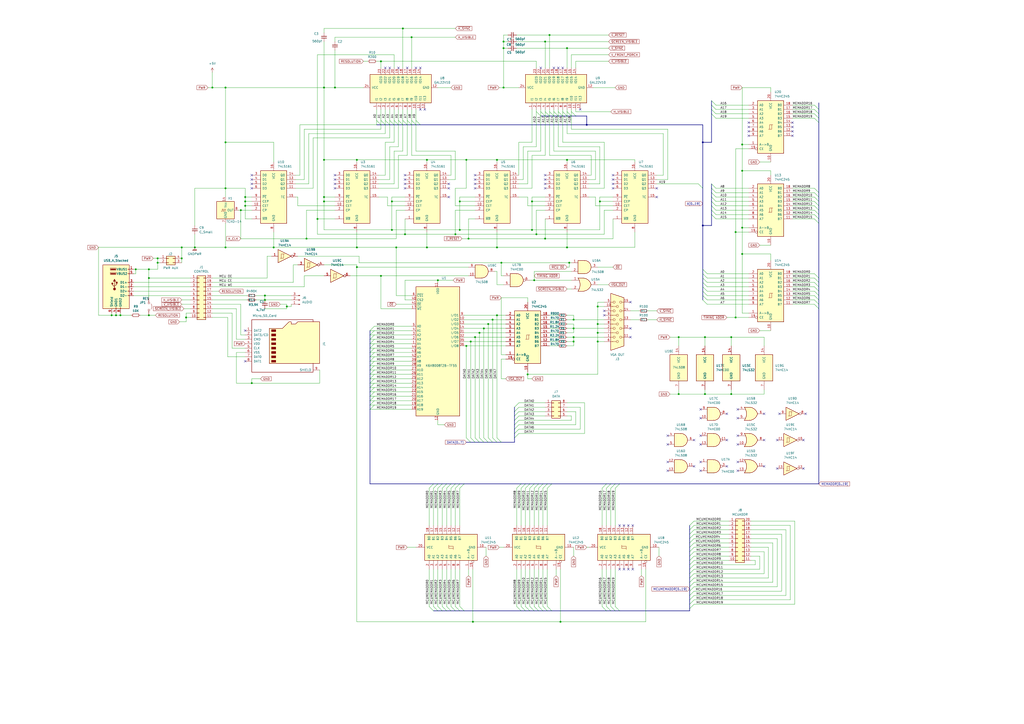
<source format=kicad_sch>
(kicad_sch (version 20231120) (generator "eeschema") (generator_version "8.0")
  (paper "A2")
  (junction (at 408.94 195.58))
  (junction (at 86.36 182.88))
  (junction (at 308.61 116.84))
  (junction (at 311.15 135.89))
  (junction (at 430.53 147.32))
  (junction (at 332.74 198.12))
  (junction (at 408.94 228.6))
  (junction (at 130.81 109.22))
  (junction (at 105.41 149.86))
  (junction (at 393.7 228.6))
  (junction (at 280.67 190.5))
  (junction (at 426.72 184.15))
  (junction (at 316.23 24.13))
  (junction (at 207.01 92.71))
  (junction (at 153.67 173.99))
  (junction (at 233.68 16.51))
  (junction (at 139.7 121.92))
  (junction (at 142.24 119.38))
  (junction (at 328.93 143.51))
  (junction (at 220.98 160.02))
  (junction (at 346.71 193.04))
  (junction (at 316.23 138.43))
  (junction (at 270.51 200.66))
  (junction (at 332.74 185.42))
  (junction (at 347.98 116.84))
  (junction (at 407.67 82.55))
  (junction (at 318.77 20.32))
  (junction (at 86.36 156.21))
  (junction (at 113.03 143.51))
  (junction (at 285.75 185.42))
  (junction (at 346.71 187.96))
  (junction (at 130.81 82.55))
  (junction (at 130.81 50.8))
  (junction (at 238.76 21.59))
  (junction (at 194.31 50.8))
  (junction (at 325.12 360.68))
  (junction (at 187.96 50.8))
  (junction (at 270.51 92.71))
  (junction (at 278.13 193.04))
  (junction (at 308.61 133.35))
  (junction (at 187.96 116.84))
  (junction (at 220.98 35.56))
  (junction (at 142.24 114.3))
  (junction (at 67.31 182.88))
  (junction (at 64.77 182.88))
  (junction (at 288.29 182.88))
  (junction (at 288.29 143.51))
  (junction (at 290.83 152.4))
  (junction (at 86.36 161.29))
  (junction (at 424.18 228.6))
  (junction (at 207.01 154.94))
  (junction (at 105.41 143.51))
  (junction (at 107.95 184.15))
  (junction (at 207.01 143.51))
  (junction (at 247.65 143.51))
  (junction (at 184.15 127))
  (junction (at 430.53 99.06))
  (junction (at 91.44 149.86))
  (junction (at 430.53 83.82))
  (junction (at 309.88 162.56))
  (junction (at 187.96 92.71))
  (junction (at 330.2 152.4))
  (junction (at 229.87 143.51))
  (junction (at 266.7 133.35))
  (junction (at 340.36 72.39))
  (junction (at 234.95 135.89))
  (junction (at 91.44 152.4))
  (junction (at 69.85 182.88))
  (junction (at 275.59 195.58))
  (junction (at 123.19 50.8))
  (junction (at 158.75 143.51))
  (junction (at 264.16 135.89))
  (junction (at 346.71 198.12))
  (junction (at 332.74 190.5))
  (junction (at 247.65 92.71))
  (junction (at 254 162.56))
  (junction (at 283.21 187.96))
  (junction (at 426.72 134.62))
  (junction (at 430.53 132.08))
  (junction (at 424.18 195.58))
  (junction (at 393.7 195.58))
  (junction (at 292.1 27.94))
  (junction (at 227.33 116.84))
  (junction (at 166.37 177.8))
  (junction (at 274.32 360.68))
  (junction (at 328.93 27.94))
  (junction (at 328.93 92.71))
  (junction (at 407.67 130.81))
  (junction (at 177.8 138.43))
  (junction (at 306.07 217.17))
  (junction (at 288.29 92.71))
  (junction (at 273.05 198.12))
  (junction (at 227.33 133.35))
  (junction (at 346.71 177.8))
  (junction (at 153.67 171.45))
  (junction (at 78.74 156.21))
  (junction (at 266.7 116.84))
  (junction (at 292.1 24.13))
  (junction (at 130.81 143.51))
  (junction (at 292.1 50.8))
  (junction (at 332.74 195.58))
  (junction (at 142.24 116.84))
  (junction (at 146.05 222.25))
  (junction (at 271.78 138.43))
  (junction (at 187.96 114.3))
  (no_connect (at 381 109.22))
  (no_connect (at 406.4 273.05))
  (no_connect (at 241.3 39.37))
  (no_connect (at 321.31 39.37))
  (no_connect (at 459.74 78.74))
  (no_connect (at 361.95 330.2))
  (no_connect (at 355.6 101.6))
  (no_connect (at 260.35 114.3))
  (no_connect (at 194.31 101.6))
  (no_connect (at 443.23 255.27))
  (no_connect (at 434.34 78.74))
  (no_connect (at 443.23 240.03))
  (no_connect (at 194.31 106.68))
  (no_connect (at 421.64 270.51))
  (no_connect (at 387.35 273.05))
  (no_connect (at 236.22 39.37))
  (no_connect (at 434.34 73.66))
  (no_connect (at 234.95 104.14))
  (no_connect (at 467.36 240.03))
  (no_connect (at 406.4 252.73))
  (no_connect (at 365.76 190.5))
  (no_connect (at 427.99 252.73))
  (no_connect (at 260.35 109.22))
  (no_connect (at 387.35 267.97))
  (no_connect (at 459.74 73.66))
  (no_connect (at 387.35 252.73))
  (no_connect (at 402.59 270.51))
  (no_connect (at 194.31 104.14))
  (no_connect (at 323.85 39.37))
  (no_connect (at 381 114.3))
  (no_connect (at 146.05 104.14))
  (no_connect (at 427.99 257.81))
  (no_connect (at 365.76 195.58))
  (no_connect (at 367.03 304.8))
  (no_connect (at 146.05 109.22))
  (no_connect (at 231.14 39.37))
  (no_connect (at 459.74 76.2))
  (no_connect (at 421.64 240.03))
  (no_connect (at 316.23 109.22))
  (no_connect (at 406.4 237.49))
  (no_connect (at 406.4 257.81))
  (no_connect (at 355.6 106.68))
  (no_connect (at 365.76 175.26))
  (no_connect (at 316.23 101.6))
  (no_connect (at 359.41 330.2))
  (no_connect (at 361.95 304.8))
  (no_connect (at 275.59 101.6))
  (no_connect (at 421.64 255.27))
  (no_connect (at 275.59 109.22))
  (no_connect (at 402.59 255.27))
  (no_connect (at 313.69 39.37))
  (no_connect (at 452.12 240.03))
  (no_connect (at 427.99 273.05))
  (no_connect (at 326.39 39.37))
  (no_connect (at 355.6 104.14))
  (no_connect (at 466.09 255.27))
  (no_connect (at 443.23 270.51))
  (no_connect (at 243.84 63.5))
  (no_connect (at 234.95 109.22))
  (no_connect (at 234.95 101.6))
  (no_connect (at 234.95 106.68))
  (no_connect (at 450.85 271.78))
  (no_connect (at 406.4 242.57))
  (no_connect (at 434.34 76.2))
  (no_connect (at 466.09 271.78))
  (no_connect (at 450.85 255.27))
  (no_connect (at 434.34 71.12))
  (no_connect (at 246.38 63.5))
  (no_connect (at 142.24 209.55))
  (no_connect (at 427.99 267.97))
  (no_connect (at 336.55 63.5))
  (no_connect (at 316.23 106.68))
  (no_connect (at 316.23 104.14))
  (no_connect (at 355.6 109.22))
  (no_connect (at 359.41 304.8))
  (no_connect (at 243.84 39.37))
  (no_connect (at 194.31 109.22))
  (no_connect (at 427.99 242.57))
  (no_connect (at 406.4 267.97))
  (no_connect (at 364.49 304.8))
  (no_connect (at 275.59 106.68))
  (no_connect (at 350.52 182.88))
  (no_connect (at 142.24 191.77))
  (no_connect (at 275.59 104.14))
  (no_connect (at 367.03 330.2))
  (no_connect (at 387.35 257.81))
  (no_connect (at 350.52 180.34))
  (no_connect (at 146.05 106.68))
  (no_connect (at 223.52 39.37))
  (no_connect (at 260.35 106.68))
  (no_connect (at 226.06 39.37))
  (no_connect (at 427.99 237.49))
  (no_connect (at 459.74 71.12))
  (no_connect (at 146.05 101.6))
  (no_connect (at 364.49 330.2))
  (bus_entry (at 254 351.79) (size 2.54 2.54))
  (bus_entry (at 351.79 351.79) (size 2.54 2.54))
  (bus_entry (at 472.44 121.92) (size 2.54 2.54))
  (bus_entry (at 472.44 60.96) (size 2.54 2.54))
  (bus_entry (at 410.21 166.37) (size -2.54 -2.54))
  (bus_entry (at 217.17 227.33) (size -2.54 2.54))
  (bus_entry (at 415.29 127) (size -2.54 -2.54))
  (bus_entry (at 472.44 109.22) (size 2.54 2.54))
  (bus_entry (at 226.06 69.85) (size 2.54 2.54))
  (bus_entry (at 217.17 217.17) (size -2.54 2.54))
  (bus_entry (at 402.59 350.52) (size -2.54 2.54))
  (bus_entry (at 472.44 124.46) (size 2.54 2.54))
  (bus_entry (at 217.17 194.31) (size -2.54 2.54))
  (bus_entry (at 217.17 204.47) (size -2.54 2.54))
  (bus_entry (at 307.34 283.21) (size 2.54 -2.54))
  (bus_entry (at 331.47 64.77) (size 2.54 2.54))
  (bus_entry (at 248.92 283.21) (size 2.54 -2.54))
  (bus_entry (at 264.16 283.21) (size 2.54 -2.54))
  (bus_entry (at 217.17 212.09) (size -2.54 2.54))
  (bus_entry (at 299.72 351.79) (size 2.54 2.54))
  (bus_entry (at 300.99 238.76) (size -2.54 2.54))
  (bus_entry (at 217.17 222.25) (size -2.54 2.54))
  (bus_entry (at 472.44 173.99) (size 2.54 2.54))
  (bus_entry (at 256.54 351.79) (size 2.54 2.54))
  (bus_entry (at 410.21 173.99) (size -2.54 -2.54))
  (bus_entry (at 236.22 69.85) (size 2.54 2.54))
  (bus_entry (at 402.59 317.5) (size -2.54 2.54))
  (bus_entry (at 349.25 283.21) (size 2.54 -2.54))
  (bus_entry (at 354.33 283.21) (size 2.54 -2.54))
  (bus_entry (at 402.59 322.58) (size -2.54 2.54))
  (bus_entry (at 410.21 168.91) (size -2.54 -2.54))
  (bus_entry (at 402.59 304.8) (size -2.54 2.54))
  (bus_entry (at 217.17 189.23) (size -2.54 2.54))
  (bus_entry (at 472.44 166.37) (size 2.54 2.54))
  (bus_entry (at 410.21 171.45) (size -2.54 -2.54))
  (bus_entry (at 259.08 283.21) (size 2.54 -2.54))
  (bus_entry (at 415.29 63.5) (size -2.54 -2.54))
  (bus_entry (at 354.33 351.79) (size 2.54 2.54))
  (bus_entry (at 254 283.21) (size 2.54 -2.54))
  (bus_entry (at 304.8 351.79) (size 2.54 2.54))
  (bus_entry (at 472.44 176.53) (size 2.54 2.54))
  (bus_entry (at 217.17 229.87) (size -2.54 2.54))
  (bus_entry (at 266.7 283.21) (size 2.54 -2.54))
  (bus_entry (at 472.44 158.75) (size 2.54 2.54))
  (bus_entry (at 278.13 254) (size 2.54 2.54))
  (bus_entry (at 472.44 168.91) (size 2.54 2.54))
  (bus_entry (at 316.23 64.77) (size 2.54 2.54))
  (bus_entry (at 218.44 69.85) (size 2.54 2.54))
  (bus_entry (at 472.44 127) (size 2.54 2.54))
  (bus_entry (at 402.59 340.36) (size -2.54 2.54))
  (bus_entry (at 280.67 254) (size 2.54 2.54))
  (bus_entry (at 402.59 325.12) (size -2.54 2.54))
  (bus_entry (at 314.96 283.21) (size 2.54 -2.54))
  (bus_entry (at 326.39 64.77) (size 2.54 2.54))
  (bus_entry (at 415.29 66.04) (size -2.54 -2.54))
  (bus_entry (at 259.08 351.79) (size 2.54 2.54))
  (bus_entry (at 415.29 119.38) (size -2.54 -2.54))
  (bus_entry (at 410.21 163.83) (size -2.54 -2.54))
  (bus_entry (at 300.99 236.22) (size -2.54 2.54))
  (bus_entry (at 228.6 69.85) (size 2.54 2.54))
  (bus_entry (at 217.17 224.79) (size -2.54 2.54))
  (bus_entry (at 410.21 161.29) (size -2.54 -2.54))
  (bus_entry (at 321.31 64.77) (size 2.54 2.54))
  (bus_entry (at 402.59 342.9) (size -2.54 2.54))
  (bus_entry (at 300.99 251.46) (size -2.54 2.54))
  (bus_entry (at 217.17 232.41) (size -2.54 2.54))
  (bus_entry (at 261.62 283.21) (size 2.54 -2.54))
  (bus_entry (at 402.59 345.44) (size -2.54 2.54))
  (bus_entry (at 349.25 351.79) (size 2.54 2.54))
  (bus_entry (at 309.88 283.21) (size 2.54 -2.54))
  (bus_entry (at 472.44 68.58) (size 2.54 2.54))
  (bus_entry (at 356.87 351.79) (size 2.54 2.54))
  (bus_entry (at 231.14 69.85) (size 2.54 2.54))
  (bus_entry (at 302.26 283.21) (size 2.54 -2.54))
  (bus_entry (at 402.59 314.96) (size -2.54 2.54))
  (bus_entry (at 472.44 111.76) (size 2.54 2.54))
  (bus_entry (at 472.44 66.04) (size 2.54 2.54))
  (bus_entry (at 241.3 69.85) (size 2.54 2.54))
  (bus_entry (at 472.44 116.84) (size 2.54 2.54))
  (bus_entry (at 323.85 64.77) (size 2.54 2.54))
  (bus_entry (at 356.87 283.21) (size 2.54 -2.54))
  (bus_entry (at 261.62 351.79) (size 2.54 2.54))
  (bus_entry (at 299.72 283.21) (size 2.54 -2.54))
  (bus_entry (at 264.16 351.79) (size 2.54 2.54))
  (bus_entry (at 415.29 116.84) (size -2.54 -2.54))
  (bus_entry (at 472.44 63.5) (size 2.54 2.54))
  (bus_entry (at 217.17 199.39) (size -2.54 2.54))
  (bus_entry (at 402.59 302.26) (size -2.54 2.54))
  (bus_entry (at 275.59 254) (size 2.54 2.54))
  (bus_entry (at 402.59 347.98) (size -2.54 2.54))
  (bus_entry (at 300.99 243.84) (size -2.54 2.54))
  (bus_entry (at 472.44 171.45) (size 2.54 2.54))
  (bus_entry (at 220.98 69.85) (size 2.54 2.54))
  (bus_entry (at 248.92 351.79) (size 2.54 2.54))
  (bus_entry (at 251.46 283.21) (size 2.54 -2.54))
  (bus_entry (at 217.17 207.01) (size -2.54 2.54))
  (bus_entry (at 300.99 248.92) (size -2.54 2.54))
  (bus_entry (at 217.17 201.93) (size -2.54 2.54))
  (bus_entry (at 412.75 106.68) (size 2.54 2.54))
  (bus_entry (at 217.17 209.55) (size -2.54 2.54))
  (bus_entry (at 217.17 219.71) (size -2.54 2.54))
  (bus_entry (at 273.05 254) (size 2.54 2.54))
  (bus_entry (at 415.29 68.58) (size -2.54 -2.54))
  (bus_entry (at 351.79 283.21) (size 2.54 -2.54))
  (bus_entry (at 309.88 351.79) (size 2.54 2.54))
  (bus_entry (at 318.77 64.77) (size 2.54 2.54))
  (bus_entry (at 251.46 351.79) (size 2.54 2.54))
  (bus_entry (at 312.42 283.21) (size 2.54 -2.54))
  (bus_entry (at 238.76 69.85) (size 2.54 2.54))
  (bus_entry (at 300.99 233.68) (size -2.54 2.54))
  (bus_entry (at 217.17 196.85) (size -2.54 2.54))
  (bus_entry (at 311.15 64.77) (size 2.54 2.54))
  (bus_entry (at 217.17 214.63) (size -2.54 2.54))
  (bus_entry (at 472.44 163.83) (size 2.54 2.54))
  (bus_entry (at 266.7 351.79) (size 2.54 2.54))
  (bus_entry (at 402.59 312.42) (size -2.54 2.54))
  (bus_entry (at 402.59 335.28) (size -2.54 2.54))
  (bus_entry (at 410.21 176.53) (size -2.54 -2.54))
  (bus_entry (at 415.29 111.76) (size -2.54 -2.54))
  (bus_entry (at 233.68 69.85) (size 2.54 2.54))
  (bus_entry (at 304.8 283.21) (size 2.54 -2.54))
  (bus_entry (at 317.5 283.21) (size 2.54 -2.54))
  (bus_entry (at 472.44 114.3) (size 2.54 2.54))
  (bus_entry (at 472.44 161.29) (size 2.54 2.54))
  (bus_entry (at 302.26 351.79) (size 2.54 2.54))
  (bus_entry (at 472.44 119.38) (size 2.54 2.54))
  (bus_entry (at 402.59 337.82) (size -2.54 2.54))
  (bus_entry (at 283.21 254) (size 2.54 2.54))
  (bus_entry (at 415.29 114.3) (size -2.54 -2.54))
  (bus_entry (at 313.69 64.77) (size 2.54 2.54))
  (bus_entry (at 402.59 327.66) (size -2.54 2.54))
  (bus_entry (at 223.52 69.85) (size 2.54 2.54))
  (bus_entry (at 288.29 254) (size 2.54 2.54))
  (bus_entry (at 412.75 58.42) (size 2.54 2.54))
  (bus_entry (at 217.17 234.95) (size -2.54 2.54))
  (bus_entry (at 217.17 191.77) (size -2.54 2.54))
  (bus_entry (at 300.99 246.38) (size -2.54 2.54))
  (bus_entry (at 402.59 307.34) (size -2.54 2.54))
  (bus_entry (at 405.13 106.68) (size 2.54 2.54))
  (bus_entry (at 415.29 121.92) (size -2.54 -2.54))
  (bus_entry (at 317.5 351.79) (size 2.54 2.54))
  (bus_entry (at 328.93 64.77) (size 2.54 2.54))
  (bus_entry (at 312.42 351.79) (size 2.54 2.54))
  (bus_entry (at 415.29 124.46) (size -2.54 -2.54))
  (bus_entry (at 256.54 283.21) (size 2.54 -2.54))
  (bus_entry (at 402.59 332.74) (size -2.54 2.54))
  (bus_entry (at 402.59 320.04) (size -2.54 2.54))
  (bus_entry (at 402.59 330.2) (size -2.54 2.54))
  (bus_entry (at 314.96 351.79) (size 2.54 2.54))
  (bus_entry (at 285.75 254) (size 2.54 2.54))
  (bus_entry (at 402.59 309.88) (size -2.54 2.54))
  (bus_entry (at 270.51 254) (size 2.54 2.54))
  (bus_entry (at 300.99 241.3) (size -2.54 2.54))
  (bus_entry (at 307.34 351.79) (size 2.54 2.54))
  (bus_entry (at 410.21 158.75) (size -2.54 -2.54))
  (wire (pts (xy 217.17 232.41) (xy 238.76 232.41)))
  (wire (pts (xy 146.05 222.25) (xy 146.05 219.71)))
  (wire (pts (xy 308.61 114.3) (xy 316.23 114.3)))
  (bus (pts (xy 320.04 354.33) (xy 351.79 354.33)))
  (wire (pts (xy 77.47 168.91) (xy 110.49 168.91)))
  (wire (pts (xy 269.24 200.66) (xy 270.51 200.66)))
  (wire (pts (xy 177.8 121.92) (xy 194.31 121.92)))
  (wire (pts (xy 300.99 251.46) (xy 339.09 251.46)))
  (wire (pts (xy 166.37 177.8) (xy 166.37 176.53)))
  (bus (pts (xy 302.26 354.33) (xy 304.8 354.33)))
  (wire (pts (xy 300.99 246.38) (xy 334.01 246.38)))
  (wire (pts (xy 218.44 69.85) (xy 218.44 63.5)))
  (wire (pts (xy 217.17 194.31) (xy 238.76 194.31)))
  (wire (pts (xy 146.05 219.71) (xy 151.13 219.71)))
  (wire (pts (xy 306.07 217.17) (xy 306.07 219.71)))
  (wire (pts (xy 313.69 67.31) (xy 313.69 87.63)))
  (wire (pts (xy 355.6 138.43) (xy 355.6 127)))
  (wire (pts (xy 347.98 85.09) (xy 347.98 106.68)))
  (wire (pts (xy 207.01 153.67) (xy 207.01 154.94)))
  (bus (pts (xy 407.67 173.99) (xy 407.67 171.45)))
  (wire (pts (xy 275.59 254) (xy 275.59 195.58)))
  (wire (pts (xy 217.17 219.71) (xy 238.76 219.71)))
  (wire (pts (xy 254 351.79) (xy 254 330.2)))
  (bus (pts (xy 412.75 109.22) (xy 412.75 106.68)))
  (wire (pts (xy 313.69 87.63) (xy 306.07 87.63)))
  (wire (pts (xy 217.17 224.79) (xy 238.76 224.79)))
  (bus (pts (xy 298.45 241.3) (xy 298.45 243.84)))
  (wire (pts (xy 123.19 184.15) (xy 132.08 184.15)))
  (wire (pts (xy 227.33 116.84) (xy 234.95 116.84)))
  (wire (pts (xy 223.52 82.55) (xy 228.6 82.55)))
  (wire (pts (xy 328.93 182.88) (xy 332.74 182.88)))
  (wire (pts (xy 288.29 157.48) (xy 288.29 165.1)))
  (wire (pts (xy 422.91 302.26) (xy 402.59 302.26)))
  (wire (pts (xy 264.16 109.22) (xy 264.16 119.38)))
  (wire (pts (xy 316.23 236.22) (xy 300.99 236.22)))
  (wire (pts (xy 292.1 20.32) (xy 292.1 24.13)))
  (wire (pts (xy 264.16 135.89) (xy 264.16 121.92)))
  (bus (pts (xy 214.63 201.93) (xy 214.63 204.47)))
  (wire (pts (xy 194.31 114.3) (xy 187.96 114.3)))
  (wire (pts (xy 415.29 116.84) (xy 434.34 116.84)))
  (wire (pts (xy 408.94 226.06) (xy 408.94 228.6)))
  (bus (pts (xy 314.96 280.67) (xy 317.5 280.67)))
  (wire (pts (xy 134.62 181.61) (xy 134.62 201.93)))
  (wire (pts (xy 308.61 90.17) (xy 316.23 90.17)))
  (wire (pts (xy 233.68 16.51) (xy 233.68 39.37)))
  (wire (pts (xy 316.23 138.43) (xy 355.6 138.43)))
  (wire (pts (xy 299.72 351.79) (xy 299.72 330.2)))
  (wire (pts (xy 356.87 283.21) (xy 356.87 304.8)))
  (wire (pts (xy 294.64 20.32) (xy 292.1 20.32)))
  (wire (pts (xy 292.1 50.8) (xy 300.99 50.8)))
  (wire (pts (xy 179.07 77.47) (xy 179.07 106.68)))
  (wire (pts (xy 328.93 167.64) (xy 331.47 167.64)))
  (wire (pts (xy 306.07 172.72) (xy 306.07 175.26)))
  (bus (pts (xy 254 354.33) (xy 256.54 354.33)))
  (wire (pts (xy 86.36 161.29) (xy 86.36 156.21)))
  (wire (pts (xy 218.44 72.39) (xy 218.44 69.85)))
  (wire (pts (xy 331.47 243.84) (xy 331.47 241.3)))
  (wire (pts (xy 146.05 127) (xy 142.24 127)))
  (wire (pts (xy 354.33 351.79) (xy 354.33 330.2)))
  (wire (pts (xy 410.21 163.83) (xy 434.34 163.83)))
  (wire (pts (xy 459.74 176.53) (xy 472.44 176.53)))
  (wire (pts (xy 415.29 114.3) (xy 434.34 114.3)))
  (wire (pts (xy 447.04 53.34) (xy 447.04 50.8)))
  (wire (pts (xy 308.61 116.84) (xy 308.61 133.35)))
  (wire (pts (xy 172.72 114.3) (xy 172.72 119.38)))
  (wire (pts (xy 434.34 184.15) (xy 426.72 184.15)))
  (wire (pts (xy 434.34 86.36) (xy 426.72 86.36)))
  (bus (pts (xy 474.98 161.29) (xy 474.98 163.83)))
  (wire (pts (xy 345.44 114.3) (xy 345.44 119.38)))
  (bus (pts (xy 474.98 63.5) (xy 474.98 66.04)))
  (wire (pts (xy 248.92 283.21) (xy 248.92 304.8)))
  (wire (pts (xy 266.7 114.3) (xy 266.7 116.84)))
  (wire (pts (xy 105.41 143.51) (xy 113.03 143.51)))
  (wire (pts (xy 269.24 193.04) (xy 278.13 193.04)))
  (wire (pts (xy 91.44 156.21) (xy 91.44 152.4)))
  (wire (pts (xy 148.59 173.99) (xy 153.67 173.99)))
  (wire (pts (xy 316.23 138.43) (xy 316.23 127)))
  (wire (pts (xy 290.83 152.4) (xy 208.28 152.4)))
  (wire (pts (xy 408.94 195.58) (xy 424.18 195.58)))
  (wire (pts (xy 241.3 87.63) (xy 241.3 72.39)))
  (wire (pts (xy 110.49 181.61) (xy 107.95 181.61)))
  (bus (pts (xy 269.24 280.67) (xy 302.26 280.67)))
  (wire (pts (xy 309.88 351.79) (xy 309.88 330.2)))
  (bus (pts (xy 251.46 354.33) (xy 254 354.33)))
  (wire (pts (xy 228.6 106.68) (xy 228.6 87.63)))
  (bus (pts (xy 298.45 246.38) (xy 298.45 248.92)))
  (wire (pts (xy 207.01 92.71) (xy 247.65 92.71)))
  (bus (pts (xy 302.26 280.67) (xy 304.8 280.67)))
  (bus (pts (xy 474.98 68.58) (xy 474.98 71.12)))
  (wire (pts (xy 334.01 246.38) (xy 334.01 238.76)))
  (bus (pts (xy 412.75 63.5) (xy 412.75 66.04)))
  (wire (pts (xy 238.76 72.39) (xy 238.76 69.85)))
  (wire (pts (xy 346.71 217.17) (xy 306.07 217.17)))
  (wire (pts (xy 375.92 185.42) (xy 381 185.42)))
  (wire (pts (xy 234.95 114.3) (xy 227.33 114.3)))
  (wire (pts (xy 347.98 106.68) (xy 341.63 106.68)))
  (wire (pts (xy 123.19 50.8) (xy 130.81 50.8)))
  (wire (pts (xy 264.16 104.14) (xy 260.35 104.14)))
  (bus (pts (xy 400.05 350.52) (xy 400.05 353.06)))
  (wire (pts (xy 266.7 116.84) (xy 266.7 133.35)))
  (wire (pts (xy 304.8 351.79) (xy 304.8 330.2)))
  (wire (pts (xy 194.31 21.59) (xy 238.76 21.59)))
  (wire (pts (xy 217.17 191.77) (xy 238.76 191.77)))
  (wire (pts (xy 393.7 228.6) (xy 408.94 228.6)))
  (bus (pts (xy 214.63 212.09) (xy 214.63 214.63)))
  (bus (pts (xy 400.05 325.12) (xy 400.05 327.66)))
  (wire (pts (xy 220.98 72.39) (xy 220.98 69.85)))
  (wire (pts (xy 292.1 24.13) (xy 292.1 27.94)))
  (wire (pts (xy 278.13 193.04) (xy 293.37 193.04)))
  (wire (pts (xy 273.05 198.12) (xy 293.37 198.12)))
  (bus (pts (xy 400.05 314.96) (xy 400.05 317.5)))
  (bus (pts (xy 326.39 67.31) (xy 328.93 67.31)))
  (wire (pts (xy 123.19 181.61) (xy 134.62 181.61)))
  (bus (pts (xy 214.63 237.49) (xy 214.63 280.67)))
  (wire (pts (xy 158.75 143.51) (xy 207.01 143.51)))
  (wire (pts (xy 283.21 187.96) (xy 293.37 187.96)))
  (wire (pts (xy 459.74 161.29) (xy 472.44 161.29)))
  (wire (pts (xy 410.21 173.99) (xy 434.34 173.99)))
  (wire (pts (xy 435.61 302.26) (xy 461.01 302.26)))
  (bus (pts (xy 285.75 256.54) (xy 283.21 256.54)))
  (wire (pts (xy 402.59 342.9) (xy 453.39 342.9)))
  (wire (pts (xy 308.61 116.84) (xy 308.61 114.3)))
  (wire (pts (xy 210.82 35.56) (xy 213.36 35.56)))
  (wire (pts (xy 332.74 200.66) (xy 328.93 200.66)))
  (wire (pts (xy 229.87 143.51) (xy 229.87 171.45)))
  (wire (pts (xy 350.52 135.89) (xy 311.15 135.89)))
  (wire (pts (xy 238.76 39.37) (xy 238.76 21.59)))
  (bus (pts (xy 412.75 124.46) (xy 412.75 121.92)))
  (wire (pts (xy 113.03 135.89) (xy 113.03 143.51)))
  (wire (pts (xy 459.74 158.75) (xy 472.44 158.75)))
  (bus (pts (xy 241.3 72.39) (xy 243.84 72.39)))
  (bus (pts (xy 278.13 256.54) (xy 275.59 256.54)))
  (wire (pts (xy 187.96 50.8) (xy 187.96 92.71)))
  (bus (pts (xy 214.63 219.71) (xy 214.63 222.25)))
  (wire (pts (xy 321.31 64.77) (xy 321.31 67.31)))
  (bus (pts (xy 309.88 280.67) (xy 312.42 280.67)))
  (wire (pts (xy 187.96 92.71) (xy 187.96 114.3)))
  (wire (pts (xy 264.16 135.89) (xy 311.15 135.89)))
  (bus (pts (xy 400.05 309.88) (xy 400.05 312.42)))
  (bus (pts (xy 400.05 304.8) (xy 400.05 307.34)))
  (wire (pts (xy 231.14 72.39) (xy 231.14 85.09)))
  (wire (pts (xy 176.53 104.14) (xy 176.53 74.93)))
  (wire (pts (xy 415.29 68.58) (xy 434.34 68.58)))
  (bus (pts (xy 214.63 229.87) (xy 214.63 232.41)))
  (wire (pts (xy 207.01 92.71) (xy 187.96 92.71)))
  (bus (pts (xy 264.16 354.33) (xy 266.7 354.33)))
  (wire (pts (xy 261.62 101.6) (xy 260.35 101.6)))
  (wire (pts (xy 228.6 72.39) (xy 228.6 69.85)))
  (bus (pts (xy 307.34 280.67) (xy 309.88 280.67)))
  (wire (pts (xy 113.03 130.81) (xy 113.03 109.22)))
  (bus (pts (xy 323.85 67.31) (xy 326.39 67.31)))
  (wire (pts (xy 139.7 121.92) (xy 139.7 138.43)))
  (wire (pts (xy 318.77 200.66) (xy 323.85 200.66)))
  (bus (pts (xy 412.75 116.84) (xy 412.75 114.3)))
  (wire (pts (xy 229.87 143.51) (xy 247.65 143.51)))
  (bus (pts (xy 314.96 354.33) (xy 317.5 354.33)))
  (bus (pts (xy 307.34 354.33) (xy 309.88 354.33)))
  (wire (pts (xy 448.31 337.82) (xy 448.31 314.96)))
  (wire (pts (xy 57.15 182.88) (xy 64.77 182.88)))
  (wire (pts (xy 77.47 171.45) (xy 110.49 171.45)))
  (wire (pts (xy 137.16 179.07) (xy 137.16 196.85)))
  (bus (pts (xy 254 280.67) (xy 256.54 280.67)))
  (wire (pts (xy 91.44 149.86) (xy 91.44 152.4)))
  (wire (pts (xy 132.08 207.01) (xy 142.24 207.01)))
  (wire (pts (xy 336.55 248.92) (xy 336.55 236.22)))
  (wire (pts (xy 415.29 109.22) (xy 434.34 109.22)))
  (wire (pts (xy 229.87 138.43) (xy 177.8 138.43)))
  (wire (pts (xy 153.67 173.99) (xy 168.91 173.99)))
  (wire (pts (xy 107.95 184.15) (xy 110.49 184.15)))
  (wire (pts (xy 307.34 162.56) (xy 309.88 162.56)))
  (wire (pts (xy 77.47 158.75) (xy 78.74 158.75)))
  (wire (pts (xy 434.34 132.08) (xy 430.53 132.08)))
  (wire (pts (xy 177.8 138.43) (xy 177.8 121.92)))
  (wire (pts (xy 214.63 217.17) (xy 217.17 217.17)))
  (wire (pts (xy 275.59 114.3) (xy 266.7 114.3)))
  (wire (pts (xy 312.42 283.21) (xy 312.42 304.8)))
  (wire (pts (xy 104.14 186.69) (xy 107.95 186.69)))
  (wire (pts (xy 326.39 64.77) (xy 326.39 63.5)))
  (wire (pts (xy 217.17 222.25) (xy 238.76 222.25)))
  (wire (pts (xy 91.44 149.86) (xy 92.71 149.86)))
  (wire (pts (xy 171.45 109.22) (xy 181.61 109.22)))
  (wire (pts (xy 247.65 134.62) (xy 247.65 143.51)))
  (wire (pts (xy 220.98 35.56) (xy 311.15 35.56)))
  (wire (pts (xy 440.69 322.58) (xy 440.69 330.2)))
  (wire (pts (xy 350.52 109.22) (xy 350.52 82.55)))
  (wire (pts (xy 288.29 92.71) (xy 270.51 92.71)))
  (wire (pts (xy 142.24 116.84) (xy 142.24 114.3)))
  (wire (pts (xy 269.24 187.96) (xy 283.21 187.96)))
  (wire (pts (xy 303.53 104.14) (xy 303.53 85.09)))
  (bus (pts (xy 298.45 251.46) (xy 298.45 254)))
  (wire (pts (xy 316.23 116.84) (xy 308.61 116.84)))
  (bus (pts (xy 407.67 158.75) (xy 407.67 156.21)))
  (wire (pts (xy 266.7 283.21) (xy 266.7 304.8)))
  (bus (pts (xy 407.67 72.39) (xy 407.67 82.55)))
  (wire (pts (xy 234.95 162.56) (xy 254 162.56)))
  (wire (pts (xy 382.27 317.5) (xy 382.27 322.58)))
  (wire (pts (xy 459.74 63.5) (xy 472.44 63.5)))
  (wire (pts (xy 387.35 74.93) (xy 387.35 104.14)))
  (bus (pts (xy 256.54 354.33) (xy 259.08 354.33)))
  (wire (pts (xy 316.23 90.17) (xy 316.23 67.31)))
  (wire (pts (xy 300.99 248.92) (xy 336.55 248.92)))
  (bus (pts (xy 356.87 354.33) (xy 359.41 354.33)))
  (wire (pts (xy 207.01 154.94) (xy 207.01 360.68)))
  (wire (pts (xy 217.17 214.63) (xy 238.76 214.63)))
  (wire (pts (xy 299.72 20.32) (xy 318.77 20.32)))
  (wire (pts (xy 430.53 147.32) (xy 430.53 181.61)))
  (wire (pts (xy 288.29 143.51) (xy 328.93 143.51)))
  (wire (pts (xy 236.22 90.17) (xy 236.22 72.39)))
  (wire (pts (xy 430.53 99.06) (xy 430.53 83.82)))
  (wire (pts (xy 77.47 163.83) (xy 110.49 163.83)))
  (wire (pts (xy 422.91 309.88) (xy 402.59 309.88)))
  (bus (pts (xy 474.98 124.46) (xy 474.98 127)))
  (wire (pts (xy 207.01 143.51) (xy 229.87 143.51)))
  (wire (pts (xy 346.71 193.04) (xy 346.71 198.12)))
  (bus (pts (xy 264.16 280.67) (xy 266.7 280.67)))
  (wire (pts (xy 306.07 106.68) (xy 300.99 106.68)))
  (wire (pts (xy 313.69 64.77) (xy 313.69 67.31)))
  (wire (pts (xy 57.15 143.51) (xy 105.41 143.51)))
  (wire (pts (xy 107.95 181.61) (xy 107.95 184.15)))
  (wire (pts (xy 328.93 27.94) (xy 353.06 27.94)))
  (wire (pts (xy 185.42 222.25) (xy 146.05 222.25)))
  (wire (pts (xy 308.61 109.22) (xy 308.61 90.17)))
  (wire (pts (xy 311.15 63.5) (xy 311.15 64.77)))
  (wire (pts (xy 123.19 161.29) (xy 154.94 161.29)))
  (wire (pts (xy 214.63 234.95) (xy 217.17 234.95)))
  (wire (pts (xy 223.52 101.6) (xy 223.52 82.55)))
  (wire (pts (xy 287.02 157.48) (xy 288.29 157.48)))
  (wire (pts (xy 328.93 195.58) (xy 332.74 195.58)))
  (wire (pts (xy 309.88 157.48) (xy 309.88 162.56)))
  (bus (pts (xy 400.05 335.28) (xy 400.05 332.74)))
  (bus (pts (xy 400.05 340.36) (xy 400.05 342.9)))
  (bus (pts (xy 266.7 280.67) (xy 269.24 280.67)))
  (wire (pts (xy 351.79 283.21) (xy 351.79 304.8)))
  (wire (pts (xy 86.36 172.72) (xy 86.36 161.29)))
  (wire (pts (xy 123.19 173.99) (xy 143.51 173.99)))
  (wire (pts (xy 459.74 119.38) (xy 472.44 119.38)))
  (bus (pts (xy 400.05 347.98) (xy 400.05 350.52)))
  (wire (pts (xy 158.75 134.62) (xy 158.75 143.51)))
  (wire (pts (xy 346.71 165.1) (xy 353.06 165.1)))
  (wire (pts (xy 316.23 233.68) (xy 300.99 233.68)))
  (bus (pts (xy 412.75 114.3) (xy 412.75 111.76)))
  (wire (pts (xy 208.28 152.4) (xy 208.28 148.59)))
  (wire (pts (xy 328.93 92.71) (xy 328.93 93.98)))
  (bus (pts (xy 214.63 227.33) (xy 214.63 229.87)))
  (bus (pts (xy 407.67 109.22) (xy 407.67 130.81)))
  (wire (pts (xy 171.45 101.6) (xy 173.99 101.6)))
  (wire (pts (xy 236.22 72.39) (xy 236.22 69.85)))
  (wire (pts (xy 342.9 90.17) (xy 342.9 101.6)))
  (wire (pts (xy 288.29 165.1) (xy 292.1 165.1)))
  (wire (pts (xy 402.59 332.74) (xy 443.23 332.74)))
  (wire (pts (xy 223.52 77.47) (xy 179.07 77.47)))
  (wire (pts (xy 422.91 314.96) (xy 402.59 314.96)))
  (bus (pts (xy 283.21 256.54) (xy 280.67 256.54)))
  (wire (pts (xy 172.72 119.38) (xy 194.31 119.38)))
  (wire (pts (xy 345.44 119.38) (xy 355.6 119.38)))
  (wire (pts (xy 153.67 171.45) (xy 153.67 173.99)))
  (wire (pts (xy 459.74 111.76) (xy 472.44 111.76)))
  (wire (pts (xy 271.78 138.43) (xy 316.23 138.43)))
  (wire (pts (xy 81.28 182.88) (xy 86.36 182.88)))
  (wire (pts (xy 236.22 317.5) (xy 241.3 317.5)))
  (wire (pts (xy 318.77 67.31) (xy 318.77 90.17)))
  (wire (pts (xy 220.98 74.93) (xy 220.98 72.39)))
  (wire (pts (xy 435.61 322.58) (xy 440.69 322.58)))
  (wire (pts (xy 459.74 68.58) (xy 472.44 68.58)))
  (bus (pts (xy 231.14 72.39) (xy 233.68 72.39)))
  (wire (pts (xy 332.74 198.12) (xy 332.74 200.66)))
  (wire (pts (xy 214.63 219.71) (xy 217.17 219.71)))
  (bus (pts (xy 400.05 342.9) (xy 400.05 345.44)))
  (wire (pts (xy 328.93 185.42) (xy 332.74 185.42)))
  (bus (pts (xy 412.75 121.92) (xy 412.75 119.38)))
  (bus (pts (xy 259.08 354.33) (xy 261.62 354.33)))
  (wire (pts (xy 76.2 182.88) (xy 69.85 182.88)))
  (bus (pts (xy 474.98 179.07) (xy 474.98 280.67)))
  (bus (pts (xy 214.63 191.77) (xy 214.63 194.31)))
  (wire (pts (xy 308.61 63.5) (xy 308.61 82.55)))
  (wire (pts (xy 217.17 201.93) (xy 238.76 201.93)))
  (wire (pts (xy 289.56 50.8) (xy 292.1 50.8)))
  (wire (pts (xy 321.31 67.31) (xy 321.31 87.63)))
  (wire (pts (xy 214.63 204.47) (xy 217.17 204.47)))
  (wire (pts (xy 402.59 327.66) (xy 438.15 327.66)))
  (wire (pts (xy 292.1 27.94) (xy 292.1 50.8)))
  (bus (pts (xy 298.45 243.84) (xy 298.45 246.38)))
  (wire (pts (xy 220.98 35.56) (xy 220.98 39.37)))
  (bus (pts (xy 214.63 217.17) (xy 214.63 219.71)))
  (wire (pts (xy 293.37 205.74) (xy 290.83 205.74)))
  (wire (pts (xy 217.17 199.39) (xy 238.76 199.39)))
  (wire (pts (xy 372.11 330.2) (xy 372.11 334.01)))
  (wire (pts (xy 264.16 283.21) (xy 264.16 304.8)))
  (wire (pts (xy 332.74 185.42) (xy 332.74 182.88)))
  (wire (pts (xy 270.51 109.22) (xy 270.51 92.71)))
  (wire (pts (xy 459.74 171.45) (xy 472.44 171.45)))
  (wire (pts (xy 328.93 198.12) (xy 332.74 198.12)))
  (wire (pts (xy 170.18 153.67) (xy 170.18 163.83)))
  (bus (pts (xy 474.98 119.38) (xy 474.98 121.92)))
  (wire (pts (xy 158.75 82.55) (xy 130.81 82.55)))
  (wire (pts (xy 187.96 116.84) (xy 187.96 133.35)))
  (wire (pts (xy 214.63 196.85) (xy 217.17 196.85)))
  (wire (pts (xy 434.34 181.61) (xy 430.53 181.61)))
  (wire (pts (xy 447.04 101.6) (xy 447.04 99.06)))
  (wire (pts (xy 440.69 93.98) (xy 447.04 93.98)))
  (wire (pts (xy 187.96 19.05) (xy 187.96 16.51)))
  (wire (pts (xy 259.08 283.21) (xy 259.08 304.8)))
  (wire (pts (xy 269.24 198.12) (xy 273.05 198.12)))
  (wire (pts (xy 326.39 82.55) (xy 326.39 67.31)))
  (wire (pts (xy 459.74 109.22) (xy 472.44 109.22)))
  (bus (pts (xy 412.75 124.46) (xy 412.75 130.81)))
  (wire (pts (xy 162.56 176.53) (xy 166.37 176.53)))
  (wire (pts (xy 318.77 198.12) (xy 323.85 198.12)))
  (wire (pts (xy 217.17 229.87) (xy 238.76 229.87)))
  (wire (pts (xy 331.47 74.93) (xy 387.35 74.93)))
  (wire (pts (xy 393.7 195.58) (xy 408.94 195.58)))
  (bus (pts (xy 474.98 59.69) (xy 474.98 63.5)))
  (wire (pts (xy 318.77 20.32) (xy 318.77 39.37)))
  (wire (pts (xy 459.74 168.91) (xy 472.44 168.91)))
  (wire (pts (xy 226.06 80.01) (xy 226.06 72.39)))
  (wire (pts (xy 354.33 283.21) (xy 354.33 304.8)))
  (bus (pts (xy 412.75 130.81) (xy 407.67 130.81)))
  (wire (pts (xy 113.03 143.51) (xy 130.81 143.51)))
  (bus (pts (xy 412.75 119.38) (xy 412.75 116.84)))
  (wire (pts (xy 311.15 64.77) (xy 311.15 85.09)))
  (wire (pts (xy 214.63 224.79) (xy 217.17 224.79)))
  (bus (pts (xy 474.98 127) (xy 474.98 129.54)))
  (wire (pts (xy 280.67 190.5) (xy 293.37 190.5)))
  (bus (pts (xy 340.36 67.31) (xy 340.36 72.39)))
  (wire (pts (xy 266.7 133.35) (xy 227.33 133.35)))
  (wire (pts (xy 302.26 351.79) (xy 302.26 330.2)))
  (bus (pts (xy 400.05 335.28) (xy 400.05 337.82)))
  (bus (pts (xy 474.98 114.3) (xy 474.98 116.84)))
  (wire (pts (xy 214.63 201.93) (xy 217.17 201.93)))
  (bus (pts (xy 400.05 317.5) (xy 400.05 320.04)))
  (wire (pts (xy 330.2 152.4) (xy 290.83 152.4)))
  (wire (pts (xy 220.98 179.07) (xy 238.76 179.07)))
  (wire (pts (xy 318.77 90.17) (xy 342.9 90.17)))
  (bus (pts (xy 351.79 354.33) (xy 354.33 354.33)))
  (bus (pts (xy 474.98 121.92) (xy 474.98 124.46)))
  (wire (pts (xy 410.21 168.91) (xy 434.34 168.91)))
  (wire (pts (xy 351.79 351.79) (xy 351.79 330.2)))
  (wire (pts (xy 328.93 27.94) (xy 328.93 39.37)))
  (wire (pts (xy 349.25 283.21) (xy 349.25 304.8)))
  (wire (pts (xy 130.81 109.22) (xy 130.81 114.3)))
  (wire (pts (xy 347.98 114.3) (xy 355.6 114.3)))
  (wire (pts (xy 238.76 21.59) (xy 264.16 21.59)))
  (bus (pts (xy 316.23 67.31) (xy 318.77 67.31)))
  (wire (pts (xy 322.58 330.2) (xy 322.58 334.01)))
  (wire (pts (xy 214.63 212.09) (xy 217.17 212.09)))
  (wire (pts (xy 271.78 154.94) (xy 207.01 154.94)))
  (wire (pts (xy 130.81 109.22) (xy 142.24 109.22)))
  (wire (pts (xy 302.26 283.21) (xy 302.26 304.8)))
  (wire (pts (xy 67.31 181.61) (xy 67.31 182.88)))
  (wire (pts (xy 388.62 228.6) (xy 393.7 228.6)))
  (wire (pts (xy 251.46 351.79) (xy 251.46 330.2)))
  (wire (pts (xy 435.61 317.5) (xy 445.77 317.5)))
  (wire (pts (xy 415.29 111.76) (xy 434.34 111.76)))
  (wire (pts (xy 459.74 116.84) (xy 472.44 116.84)))
  (wire (pts (xy 234.95 135.89) (xy 184.15 135.89)))
  (wire (pts (xy 408.94 228.6) (xy 424.18 228.6)))
  (bus (pts (xy 407.67 163.83) (xy 407.67 161.29)))
  (bus (pts (xy 354.33 354.33) (xy 356.87 354.33)))
  (bus (pts (xy 214.63 224.79) (xy 214.63 227.33)))
  (wire (pts (xy 187.96 116.84) (xy 194.31 116.84)))
  (wire (pts (xy 123.19 163.83) (xy 170.18 163.83)))
  (wire (pts (xy 346.71 198.12) (xy 350.52 198.12)))
  (bus (pts (xy 474.98 171.45) (xy 474.98 173.99)))
  (wire (pts (xy 107.95 186.69) (xy 107.95 184.15)))
  (bus (pts (xy 400.05 345.44) (xy 400.05 347.98)))
  (wire (pts (xy 422.91 325.12) (xy 402.59 325.12)))
  (wire (pts (xy 280.67 190.5) (xy 280.67 254)))
  (wire (pts (xy 346.71 198.12) (xy 346.71 217.17)))
  (bus (pts (xy 407.67 166.37) (xy 407.67 163.83)))
  (bus (pts (xy 298.45 248.92) (xy 298.45 251.46)))
  (wire (pts (xy 254 243.84) (xy 254 246.38)))
  (wire (pts (xy 384.81 77.47) (xy 384.81 101.6)))
  (bus (pts (xy 474.98 173.99) (xy 474.98 176.53)))
  (wire (pts (xy 415.29 121.92) (xy 434.34 121.92)))
  (wire (pts (xy 426.72 86.36) (xy 426.72 134.62)))
  (wire (pts (xy 415.29 119.38) (xy 434.34 119.38)))
  (wire (pts (xy 238.76 90.17) (xy 238.76 72.39)))
  (wire (pts (xy 318.77 193.04) (xy 323.85 193.04)))
  (wire (pts (xy 184.15 135.89) (xy 184.15 127)))
  (wire (pts (xy 228.6 69.85) (xy 228.6 63.5)))
  (wire (pts (xy 214.63 214.63) (xy 217.17 214.63)))
  (wire (pts (xy 388.62 195.58) (xy 393.7 195.58)))
  (wire (pts (xy 323.85 67.31) (xy 323.85 85.09)))
  (bus (pts (xy 214.63 196.85) (xy 214.63 199.39)))
  (wire (pts (xy 330.2 154.94) (xy 330.2 152.4)))
  (wire (pts (xy 207.01 360.68) (xy 274.32 360.68)))
  (wire (pts (xy 139.7 176.53) (xy 139.7 194.31)))
  (wire (pts (xy 217.17 209.55) (xy 238.76 209.55)))
  (wire (pts (xy 158.75 93.98) (xy 158.75 82.55)))
  (wire (pts (xy 410.21 158.75) (xy 434.34 158.75)))
  (wire (pts (xy 347.98 114.3) (xy 347.98 116.84)))
  (wire (pts (xy 410.21 176.53) (xy 434.34 176.53)))
  (bus (pts (xy 407.67 161.29) (xy 407.67 158.75)))
  (wire (pts (xy 365.76 185.42) (xy 370.84 185.42)))
  (wire (pts (xy 172.72 153.67) (xy 170.18 153.67)))
  (wire (pts (xy 88.9 149.86) (xy 91.44 149.86)))
  (wire (pts (xy 332.74 190.5) (xy 332.74 193.04)))
  (wire (pts (xy 142.24 127) (xy 142.24 119.38)))
  (wire (pts (xy 300.99 114.3) (xy 306.07 114.3)))
  (bus (pts (xy 331.47 67.31) (xy 334.01 67.31)))
  (wire (pts (xy 326.39 67.31) (xy 326.39 64.77)))
  (wire (pts (xy 443.23 332.74) (xy 443.23 320.04)))
  (wire (pts (xy 424.18 195.58) (xy 443.23 195.58)))
  (wire (pts (xy 321.31 87.63) (xy 345.44 87.63)))
  (wire (pts (xy 254 246.38) (xy 257.81 246.38)))
  (wire (pts (xy 275.59 119.38) (xy 264.16 119.38)))
  (bus (pts (xy 407.67 130.81) (xy 407.67 156.21)))
  (wire (pts (xy 334.01 63.5) (xy 334.01 64.77)))
  (wire (pts (xy 300.99 243.84) (xy 331.47 243.84)))
  (bus (pts (xy 412.75 111.76) (xy 412.75 109.22)))
  (wire (pts (xy 142.24 116.84) (xy 146.05 116.84)))
  (wire (pts (xy 220.98 160.02) (xy 203.2 160.02)))
  (wire (pts (xy 459.74 121.92) (xy 472.44 121.92)))
  (wire (pts (xy 154.94 148.59) (xy 154.94 161.29)))
  (wire (pts (xy 208.28 148.59) (xy 172.72 148.59)))
  (wire (pts (xy 228.6 87.63) (xy 233.68 87.63)))
  (wire (pts (xy 430.53 50.8) (xy 430.53 83.82)))
  (wire (pts (xy 300.99 109.22) (xy 308.61 109.22)))
  (wire (pts (xy 130.81 50.8) (xy 130.81 82.55)))
  (wire (pts (xy 106.68 179.07) (xy 110.49 179.07)))
  (wire (pts (xy 299.72 27.94) (xy 328.93 27.94)))
  (wire (pts (xy 328.93 77.47) (xy 328.93 67.31)))
  (wire (pts (xy 288.29 134.62) (xy 288.29 143.51)))
  (wire (pts (xy 332.74 317.5) (xy 332.74 322.58)))
  (wire (pts (xy 314.96 283.21) (xy 314.96 304.8)))
  (wire (pts (xy 176.53 160.02) (xy 176.53 166.37)))
  (wire (pts (xy 323.85 63.5) (xy 323.85 64.77)))
  (wire (pts (xy 312.42 351.79) (xy 312.42 330.2)))
  (wire (pts (xy 424.18 195.58) (xy 424.18 200.66)))
  (wire (pts (xy 270.51 200.66) (xy 293.37 200.66)))
  (wire (pts (xy 275.59 195.58) (xy 293.37 195.58)))
  (wire (pts (xy 214.63 229.87) (xy 217.17 229.87)))
  (wire (pts (xy 339.09 251.46) (xy 339.09 233.68)))
  (wire (pts (xy 318.77 185.42) (xy 323.85 185.42)))
  (bus (pts (xy 251.46 280.67) (xy 254 280.67)))
  (wire (pts (xy 120.65 50.8) (xy 123.19 50.8)))
  (wire (pts (xy 233.68 72.39) (xy 233.68 69.85)))
  (bus (pts (xy 290.83 256.54) (xy 298.45 256.54)))
  (wire (pts (xy 137.16 196.85) (xy 142.24 196.85)))
  (wire (pts (xy 231.14 69.85) (xy 231.14 72.39)))
  (wire (pts (xy 328.93 67.31) (xy 328.93 64.77)))
  (wire (pts (xy 346.71 193.04) (xy 350.52 193.04)))
  (bus (pts (xy 474.98 71.12) (xy 474.98 111.76)))
  (wire (pts (xy 455.93 307.34) (xy 455.93 345.44)))
  (wire (pts (xy 105.41 143.51) (xy 105.41 149.86)))
  (wire (pts (xy 288.29 254) (xy 288.29 182.88)))
  (bus (pts (xy 214.63 232.41) (xy 214.63 234.95)))
  (wire (pts (xy 290.83 208.28) (xy 290.83 219.71)))
  (wire (pts (xy 316.23 238.76) (xy 300.99 238.76)))
  (wire (pts (xy 346.71 177.8) (xy 350.52 177.8)))
  (wire (pts (xy 153.67 179.07) (xy 166.37 179.07)))
  (wire (pts (xy 318.77 63.5) (xy 318.77 64.77)))
  (wire (pts (xy 328.93 193.04) (xy 332.74 193.04)))
  (wire (pts (xy 299.72 283.21) (xy 299.72 304.8)))
  (wire (pts (xy 229.87 171.45) (xy 238.76 171.45)))
  (wire (pts (xy 447.04 99.06) (xy 430.53 99.06)))
  (wire (pts (xy 171.45 114.3) (xy 172.72 114.3)))
  (wire (pts (xy 290.83 219.71) (xy 293.37 219.71)))
  (wire (pts (xy 69.85 181.61) (xy 69.85 182.88)))
  (wire (pts (xy 306.07 215.9) (xy 306.07 217.17)))
  (bus (pts (xy 474.98 66.04) (xy 474.98 68.58)))
  (bus (pts (xy 474.98 176.53) (xy 474.98 179.07)))
  (wire (pts (xy 214.63 191.77) (xy 217.17 191.77)))
  (bus (pts (xy 259.08 280.67) (xy 261.62 280.67)))
  (bus (pts (xy 214.63 209.55) (xy 214.63 212.09)))
  (wire (pts (xy 303.53 85.09) (xy 311.15 85.09)))
  (wire (pts (xy 290.83 172.72) (xy 306.07 172.72)))
  (wire (pts (xy 187.96 24.13) (xy 187.96 50.8)))
  (wire (pts (xy 325.12 360.68) (xy 325.12 330.2)))
  (wire (pts (xy 231.14 90.17) (xy 236.22 90.17)))
  (wire (pts (xy 381 106.68) (xy 405.13 106.68)))
  (wire (pts (xy 86.36 161.29) (xy 110.49 161.29)))
  (wire (pts (xy 194.31 29.21) (xy 194.31 50.8)))
  (wire (pts (xy 447.04 50.8) (xy 430.53 50.8)))
  (wire (pts (xy 219.71 104.14) (xy 226.06 104.14)))
  (wire (pts (xy 264.16 351.79) (xy 264.16 330.2)))
  (wire (pts (xy 214.63 232.41) (xy 217.17 232.41)))
  (wire (pts (xy 328.93 77.47) (xy 384.81 77.47)))
  (wire (pts (xy 332.74 187.96) (xy 332.74 190.5)))
  (wire (pts (xy 194.31 127) (xy 184.15 127)))
  (wire (pts (xy 328.93 134.62) (xy 328.93 143.51)))
  (wire (pts (xy 410.21 171.45) (xy 434.34 171.45)))
  (wire (pts (xy 266.7 330.2) (xy 266.7 351.79)))
  (wire (pts (xy 137.16 204.47) (xy 137.16 222.25)))
  (wire (pts (xy 345.44 87.63) (xy 345.44 104.14)))
  (wire (pts (xy 316.23 24.13) (xy 316.23 39.37)))
  (wire (pts (xy 368.3 92.71) (xy 328.93 92.71)))
  (wire (pts (xy 402.59 345.44) (xy 455.93 345.44)))
  (wire (pts (xy 181.61 109.22) (xy 181.61 80.01)))
  (wire (pts (xy 233.68 87.63) (xy 233.68 72.39)))
  (wire (pts (xy 308.61 133.35) (xy 347.98 133.35)))
  (wire (pts (xy 105.41 176.53) (xy 110.49 176.53)))
  (wire (pts (xy 271.78 127) (xy 271.78 138.43)))
  (wire (pts (xy 334.01 35.56) (xy 353.06 35.56)))
  (wire (pts (xy 256.54 283.21) (xy 256.54 304.8)))
  (wire (pts (xy 171.45 104.14) (xy 176.53 104.14)))
  (bus (pts (xy 214.63 207.01) (xy 214.63 209.55)))
  (bus (pts (xy 214.63 222.25) (xy 214.63 224.79)))
  (wire (pts (xy 256.54 351.79) (xy 256.54 330.2)))
  (wire (pts (xy 402.59 337.82) (xy 448.31 337.82)))
  (wire (pts (xy 422.91 304.8) (xy 402.59 304.8)))
  (bus (pts (xy 218.44 72.39) (xy 220.98 72.39)))
  (wire (pts (xy 422.91 322.58) (xy 402.59 322.58)))
  (wire (pts (xy 347.98 116.84) (xy 355.6 116.84)))
  (wire (pts (xy 283.21 254) (xy 283.21 187.96)))
  (wire (pts (xy 321.31 63.5) (xy 321.31 64.77)))
  (wire (pts (xy 344.17 50.8) (xy 356.87 50.8)))
  (wire (pts (xy 368.3 134.62) (xy 368.3 143.51)))
  (bus (pts (xy 233.68 72.39) (xy 236.22 72.39)))
  (wire (pts (xy 332.74 195.58) (xy 332.74 198.12)))
  (wire (pts (xy 316.23 121.92) (xy 311.15 121.92)))
  (wire (pts (xy 226.06 85.09) (xy 226.06 104.14)))
  (wire (pts (xy 459.74 66.04) (xy 472.44 66.04)))
  (wire (pts (xy 341.63 109.22) (xy 350.52 109.22)))
  (bus (pts (xy 400.05 337.82) (xy 400.05 340.36)))
  (wire (pts (xy 316.23 241.3) (xy 300.99 241.3)))
  (wire (pts (xy 241.3 69.85) (xy 241.3 63.5)))
  (wire (pts (xy 443.23 228.6) (xy 443.23 226.06)))
  (bus (pts (xy 280.67 256.54) (xy 278.13 256.54)))
  (wire (pts (xy 331.47 31.75) (xy 331.47 39.37)))
  (bus (pts (xy 407.67 168.91) (xy 407.67 166.37)))
  (wire (pts (xy 384.81 101.6) (xy 381 101.6)))
  (wire (pts (xy 424.18 228.6) (xy 443.23 228.6)))
  (wire (pts (xy 402.59 350.52) (xy 461.01 350.52)))
  (wire (pts (xy 306.07 87.63) (xy 306.07 106.68)))
  (wire (pts (xy 123.19 166.37) (xy 176.53 166.37)))
  (wire (pts (xy 224.79 114.3) (xy 224.79 119.38)))
  (bus (pts (xy 312.42 354.33) (xy 314.96 354.33)))
  (wire (pts (xy 229.87 121.92) (xy 229.87 138.43)))
  (wire (pts (xy 113.03 109.22) (xy 130.81 109.22)))
  (wire (pts (xy 254 162.56) (xy 254 163.83)))
  (wire (pts (xy 142.24 114.3) (xy 146.05 114.3)))
  (wire (pts (xy 368.3 143.51) (xy 328.93 143.51)))
  (wire (pts (xy 142.24 119.38) (xy 142.24 116.84)))
  (wire (pts (xy 309.88 162.56) (xy 331.47 162.56)))
  (bus (pts (xy 309.88 354.33) (xy 312.42 354.33)))
  (wire (pts (xy 220.98 160.02) (xy 220.98 179.07)))
  (wire (pts (xy 184.15 31.75) (xy 228.6 31.75)))
  (wire (pts (xy 415.29 124.46) (xy 434.34 124.46)))
  (bus (pts (xy 412.75 60.96) (xy 412.75 58.42)))
  (wire (pts (xy 148.59 171.45) (xy 153.67 171.45)))
  (wire (pts (xy 90.17 182.88) (xy 86.36 182.88)))
  (bus (pts (xy 407.67 82.55) (xy 407.67 109.22)))
  (bus (pts (xy 238.76 72.39) (xy 241.3 72.39)))
  (wire (pts (xy 328.93 190.5) (xy 332.74 190.5)))
  (wire (pts (xy 422.91 307.34) (xy 402.59 307.34)))
  (wire (pts (xy 91.44 152.4) (xy 92.71 152.4)))
  (wire (pts (xy 236.22 69.85) (xy 236.22 63.5)))
  (wire (pts (xy 207.01 134.62) (xy 207.01 143.51)))
  (wire (pts (xy 194.31 24.13) (xy 194.31 21.59)))
  (wire (pts (xy 64.77 181.61) (xy 64.77 182.88)))
  (wire (pts (xy 307.34 283.21) (xy 307.34 304.8)))
  (wire (pts (xy 261.62 101.6) (xy 261.62 90.17)))
  (wire (pts (xy 181.61 80.01) (xy 226.06 80.01)))
  (wire (pts (xy 238.76 69.85) (xy 238.76 63.5)))
  (wire (pts (xy 422.91 320.04) (xy 402.59 320.04)))
  (wire (pts (xy 415.29 60.96) (xy 434.34 60.96)))
  (wire (pts (xy 254 283.21) (xy 254 304.8)))
  (wire (pts (xy 217.17 227.33) (xy 238.76 227.33)))
  (wire (pts (xy 339.09 233.68) (xy 328.93 233.68)))
  (wire (pts (xy 332.74 185.42) (xy 350.52 185.42)))
  (wire (pts (xy 251.46 283.21) (xy 251.46 304.8)))
  (bus (pts (xy 313.69 67.31) (xy 316.23 67.31)))
  (bus (pts (xy 317.5 280.67) (xy 320.04 280.67)))
  (wire (pts (xy 350.52 121.92) (xy 350.52 135.89)))
  (wire (pts (xy 226.06 72.39) (xy 226.06 69.85)))
  (wire (pts (xy 328.93 187.96) (xy 332.74 187.96)))
  (bus (pts (xy 304.8 280.67) (xy 307.34 280.67)))
  (wire (pts (xy 306.07 114.3) (xy 306.07 119.38)))
  (wire (pts (xy 415.29 63.5) (xy 434.34 63.5)))
  (wire (pts (xy 309.88 157.48) (xy 331.47 157.48)))
  (bus (pts (xy 334.01 67.31) (xy 340.36 67.31)))
  (bus (pts (xy 269.24 354.33) (xy 302.26 354.33)))
  (wire (pts (xy 269.24 195.58) (xy 275.59 195.58)))
  (wire (pts (xy 269.24 182.88) (xy 288.29 182.88)))
  (wire (pts (xy 207.01 153.67) (xy 187.96 153.67)))
  (wire (pts (xy 350.52 82.55) (xy 326.39 82.55)))
  (wire (pts (xy 318.77 182.88) (xy 323.85 182.88)))
  (wire (pts (xy 438.15 325.12) (xy 435.61 325.12)))
  (wire (pts (xy 187.96 16.51) (xy 233.68 16.51)))
  (wire (pts (xy 223.52 63.5) (xy 223.52 69.85)))
  (wire (pts (xy 166.37 179.07) (xy 166.37 177.8)))
  (wire (pts (xy 313.69 63.5) (xy 313.69 64.77)))
  (wire (pts (xy 300.99 104.14) (xy 303.53 104.14)))
  (wire (pts (xy 247.65 92.71) (xy 247.65 93.98)))
  (wire (pts (xy 223.52 69.85) (xy 223.52 72.39)))
  (wire (pts (xy 123.19 179.07) (xy 137.16 179.07)))
  (wire (pts (xy 264.16 104.14) (xy 264.16 87.63)))
  (wire (pts (xy 217.17 212.09) (xy 238.76 212.09)))
  (wire (pts (xy 187.96 116.84) (xy 187.96 114.3)))
  (bus (pts (xy 328.93 67.31) (xy 331.47 67.31)))
  (wire (pts (xy 459.74 166.37) (xy 472.44 166.37)))
  (wire (pts (xy 345.44 104.14) (xy 341.63 104.14)))
  (wire (pts (xy 176.53 74.93) (xy 220.98 74.93)))
  (wire (pts (xy 355.6 121.92) (xy 350.52 121.92)))
  (wire (pts (xy 227.33 114.3) (xy 227.33 116.84)))
  (wire (pts (xy 317.5 351.79) (xy 317.5 330.2)))
  (wire (pts (xy 247.65 143.51) (xy 288.29 143.51)))
  (wire (pts (xy 316.23 24.13) (xy 353.06 24.13)))
  (bus (pts (xy 298.45 254) (xy 298.45 256.54)))
  (wire (pts (xy 306.07 219.71) (xy 308.61 219.71)))
  (wire (pts (xy 300.99 82.55) (xy 300.99 101.6)))
  (wire (pts (xy 254 162.56) (xy 262.89 162.56)))
  (wire (pts (xy 323.85 85.09) (xy 347.98 85.09)))
  (bus (pts (xy 340.36 72.39) (xy 407.67 72.39)))
  (wire (pts (xy 224.79 119.38) (xy 234.95 119.38)))
  (wire (pts (xy 187.96 50.8) (xy 194.31 50.8)))
  (wire (pts (xy 227.33 116.84) (xy 227.33 133.35)))
  (wire (pts (xy 77.47 166.37) (xy 110.49 166.37)))
  (wire (pts (xy 430.53 99.06) (xy 430.53 132.08)))
  (wire (pts (xy 139.7 121.92) (xy 146.05 121.92)))
  (wire (pts (xy 234.95 127) (xy 234.95 135.89)))
  (wire (pts (xy 228.6 82.55) (xy 228.6 72.39)))
  (wire (pts (xy 142.24 119.38) (xy 146.05 119.38)))
  (wire (pts (xy 331.47 63.5) (xy 331.47 64.77)))
  (wire (pts (xy 311.15 121.92) (xy 311.15 135.89)))
  (wire (pts (xy 331.47 67.31) (xy 331.47 74.93)))
  (wire (pts (xy 445.77 317.5) (xy 445.77 335.28)))
  (wire (pts (xy 219.71 114.3) (xy 224.79 114.3)))
  (wire (pts (xy 289.56 317.5) (xy 292.1 317.5)))
  (bus (pts (xy 400.05 307.34) (xy 400.05 309.88)))
  (bus (pts (xy 304.8 354.33) (xy 307.34 354.33)))
  (wire (pts (xy 57.15 143.51) (xy 57.15 182.88)))
  (wire (pts (xy 318.77 195.58) (xy 323.85 195.58)))
  (wire (pts (xy 231.14 63.5) (xy 231.14 69.85)))
  (wire (pts (xy 402.59 340.36) (xy 450.85 340.36)))
  (wire (pts (xy 308.61 82.55) (xy 300.99 82.55)))
  (wire (pts (xy 184.15 31.75) (xy 184.15 127)))
  (wire (pts (xy 228.6 31.75) (xy 228.6 39.37)))
  (bus (pts (xy 318.77 67.31) (xy 321.31 67.31)))
  (wire (pts (xy 422.91 317.5) (xy 402.59 317.5)))
  (bus (pts (xy 270.51 256.54) (xy 273.05 256.54)))
  (wire (pts (xy 229.87 176.53) (xy 238.76 176.53)))
  (wire (pts (xy 137.16 222.25) (xy 146.05 222.25)))
  (wire (pts (xy 285.75 185.42) (xy 285.75 254)))
  (wire (pts (xy 64.77 182.88) (xy 67.31 182.88)))
  (wire (pts (xy 304.8 283.21) (xy 304.8 304.8)))
  (wire (pts (xy 334.01 35.56) (xy 334.01 39.37)))
  (wire (pts (xy 220.98 160.02) (xy 271.78 160.02)))
  (bus (pts (xy 412.75 66.04) (xy 412.75 82.55)))
  (wire (pts (xy 459.74 60.96) (xy 472.44 60.96)))
  (bus (pts (xy 220.98 72.39) (xy 223.52 72.39)))
  (wire (pts (xy 328.93 154.94) (xy 330.2 154.94)))
  (wire (pts (xy 393.7 195.58) (xy 393.7 200.66)))
  (wire (pts (xy 234.95 121.92) (xy 229.87 121.92)))
  (wire (pts (xy 346.71 177.8) (xy 346.71 187.96)))
  (wire (pts (xy 142.24 114.3) (xy 142.24 109.22)))
  (bus (pts (xy 400.05 354.33) (xy 400.05 353.06)))
  (bus (pts (xy 298.45 236.22) (xy 298.45 238.76)))
  (wire (pts (xy 459.74 127) (xy 472.44 127)))
  (wire (pts (xy 408.94 195.58) (xy 408.94 200.66)))
  (bus (pts (xy 474.98 129.54) (xy 474.98 161.29)))
  (wire (pts (xy 438.15 327.66) (xy 438.15 325.12)))
  (wire (pts (xy 434.34 83.82) (xy 430.53 83.82)))
  (wire (pts (xy 217.17 196.85) (xy 238.76 196.85)))
  (bus (pts (xy 321.31 67.31) (xy 323.85 67.31)))
  (bus (pts (xy 356.87 280.67) (xy 359.41 280.67)))
  (wire (pts (xy 292.1 27.94) (xy 294.64 27.94)))
  (wire (pts (xy 459.74 114.3) (xy 472.44 114.3)))
  (bus (pts (xy 228.6 72.39) (xy 231.14 72.39)))
  (wire (pts (xy 285.75 185.42) (xy 293.37 185.42)))
  (wire (pts (xy 233.68 69.85) (xy 233.68 63.5)))
  (wire (pts (xy 139.7 138.43) (xy 177.8 138.43)))
  (wire (pts (xy 67.31 182.88) (xy 69.85 182.88)))
  (wire (pts (xy 223.52 72.39) (xy 223.52 77.47)))
  (bus (pts (xy 256.54 280.67) (xy 259.08 280.67)))
  (wire (pts (xy 214.63 194.31) (xy 217.17 194.31)))
  (wire (pts (xy 271.78 127) (xy 275.59 127)))
  (wire (pts (xy 306.07 119.38) (xy 316.23 119.38)))
  (wire (pts (xy 424.18 228.6) (xy 424.18 226.06)))
  (bus (pts (xy 261.62 280.67) (xy 264.16 280.67)))
  (wire (pts (xy 318.77 20.32) (xy 353.06 20.32)))
  (wire (pts (xy 368.3 93.98) (xy 368.3 92.71)))
  (bus (pts (xy 400.05 322.58) (xy 400.05 325.12)))
  (bus (pts (xy 400.05 327.66) (xy 400.05 330.2)))
  (bus (pts (xy 236.22 72.39) (xy 238.76 72.39)))
  (bus (pts (xy 312.42 280.67) (xy 314.96 280.67)))
  (wire (pts (xy 271.78 330.2) (xy 271.78 334.01)))
  (bus (pts (xy 400.05 332.74) (xy 400.05 330.2)))
  (wire (pts (xy 187.96 160.02) (xy 176.53 160.02)))
  (wire (pts (xy 375.92 180.34) (xy 381 180.34)))
  (wire (pts (xy 346.71 175.26) (xy 346.71 177.8)))
  (bus (pts (xy 400.05 312.42) (xy 400.05 314.96)))
  (wire (pts (xy 227.33 133.35) (xy 187.96 133.35)))
  (wire (pts (xy 269.24 190.5) (xy 280.67 190.5)))
  (wire (pts (xy 346.71 154.94) (xy 355.6 154.94)))
  (wire (pts (xy 142.24 204.47) (xy 137.16 204.47)))
  (wire (pts (xy 318.77 187.96) (xy 323.85 187.96)))
  (bus (pts (xy 359.41 354.33) (xy 400.05 354.33)))
  (wire (pts (xy 307.34 351.79) (xy 307.34 330.2)))
  (wire (pts (xy 443.23 195.58) (xy 443.23 200.66)))
  (wire (pts (xy 334.01 238.76) (xy 328.93 238.76)))
  (wire (pts (xy 293.37 208.28) (xy 290.83 208.28)))
  (wire (pts (xy 217.17 207.01) (xy 238.76 207.01)))
  (wire (pts (xy 328.93 64.77) (xy 328.93 63.5)))
  (wire (pts (xy 350.52 175.26) (xy 346.71 175.26)))
  (wire (pts (xy 274.32 360.68) (xy 274.32 330.2)))
  (wire (pts (xy 138.43 121.92) (xy 139.7 121.92)))
  (wire (pts (xy 435.61 307.34) (xy 455.93 307.34)))
  (bus (pts (xy 412.75 63.5) (xy 412.75 60.96)))
  (wire (pts (xy 264.16 87.63) (xy 241.3 87.63)))
  (wire (pts (xy 421.64 184.15) (xy 426.72 184.15)))
  (wire (pts (xy 340.36 317.5) (xy 341.63 317.5)))
  (wire (pts (xy 132.08 184.15) (xy 132.08 207.01)))
  (wire (pts (xy 288.29 182.88) (xy 293.37 182.88)))
  (wire (pts (xy 426.72 134.62) (xy 426.72 184.15)))
  (wire (pts (xy 105.41 149.86) (xy 105.41 152.4)))
  (wire (pts (xy 349.25 351.79) (xy 349.25 330.2)))
  (bus (pts (xy 214.63 214.63) (xy 214.63 217.17)))
  (wire (pts (xy 130.81 50.8) (xy 187.96 50.8)))
  (wire (pts (xy 435.61 312.42) (xy 450.85 312.42)))
  (wire (pts (xy 218.44 35.56) (xy 220.98 35.56)))
  (wire (pts (xy 410.21 166.37) (xy 434.34 166.37)))
  (bus (pts (xy 474.98 168.91) (xy 474.98 171.45)))
  (wire (pts (xy 316.23 64.77) (xy 316.23 63.5)))
  (wire (pts (xy 346.71 187.96) (xy 350.52 187.96)))
  (wire (pts (xy 290.83 205.74) (xy 290.83 172.72)))
  (wire (pts (xy 336.55 236.22) (xy 328.93 236.22)))
  (bus (pts (xy 474.98 163.83) (xy 474.98 166.37)))
  (wire (pts (xy 356.87 351.79) (xy 356.87 330.2)))
  (wire (pts (xy 346.71 187.96) (xy 346.71 193.04)))
  (wire (pts (xy 77.47 156.21) (xy 78.74 156.21)))
  (wire (pts (xy 273.05 254) (xy 273.05 198.12)))
  (wire (pts (xy 410.21 161.29) (xy 434.34 161.29)))
  (wire (pts (xy 458.47 347.98) (xy 458.47 304.8)))
  (wire (pts (xy 461.01 302.26) (xy 461.01 350.52)))
  (wire (pts (xy 166.37 177.8) (xy 168.91 177.8)))
  (wire (pts (xy 317.5 283.21) (xy 317.5 304.8)))
  (wire (pts (xy 402.59 347.98) (xy 458.47 347.98)))
  (wire (pts (xy 105.41 173.99) (xy 110.49 173.99)))
  (wire (pts (xy 294.64 24.13) (xy 292.1 24.13)))
  (bus (pts (xy 474.98 116.84) (xy 474.98 119.38)))
  (wire (pts (xy 281.94 317.5) (xy 281.94 322.58)))
  (wire (pts (xy 264.16 121.92) (xy 275.59 121.92)))
  (wire (pts (xy 402.59 335.28) (xy 445.77 335.28)))
  (wire (pts (xy 217.17 217.17) (xy 238.76 217.17)))
  (wire (pts (xy 309.88 283.21) (xy 309.88 304.8)))
  (wire (pts (xy 214.63 227.33) (xy 217.17 227.33)))
  (wire (pts (xy 123.19 171.45) (xy 143.51 171.45)))
  (wire (pts (xy 292.1 160.02) (xy 290.83 160.02)))
  (wire (pts (xy 323.85 64.77) (xy 323.85 67.31)))
  (wire (pts (xy 173.99 101.6) (xy 173.99 72.39)))
  (wire (pts (xy 422.91 312.42) (xy 402.59 312.42)))
  (wire (pts (xy 185.42 214.63) (xy 185.42 222.25)))
  (wire (pts (xy 134.62 201.93) (xy 142.24 201.93)))
  (wire (pts (xy 314.96 351.79) (xy 314.96 330.2)))
  (wire (pts (xy 231.14 85.09) (xy 226.06 85.09)))
  (wire (pts (xy 331.47 152.4) (xy 330.2 152.4)))
  (wire (pts (xy 318.77 64.77) (xy 318.77 67.31)))
  (bus (pts (xy 243.84 72.39) (xy 340.36 72.39)))
  (wire (pts (xy 214.63 209.55) (xy 217.17 209.55)))
  (bus (pts (xy 400.05 320.04) (xy 400.05 322.58)))
  (wire (pts (xy 332.74 195.58) (xy 350.52 195.58)))
  (bus (pts (xy 288.29 256.54) (xy 285.75 256.54)))
  (wire (pts (xy 374.65 360.68) (xy 374.65 330.2)))
  (wire (pts (xy 434.34 134.62) (xy 426.72 134.62)))
  (wire (pts (xy 334.01 64.77) (xy 354.33 64.77)))
  (bus (pts (xy 214.63 234.95) (xy 214.63 237.49)))
  (wire (pts (xy 219.71 101.6) (xy 223.52 101.6)))
  (wire (pts (xy 234.95 135.89) (xy 264.16 135.89)))
  (wire (pts (xy 270.51 92.71) (xy 247.65 92.71)))
  (wire (pts (xy 299.72 24.13) (xy 316.23 24.13)))
  (wire (pts (xy 219.71 109.22) (xy 231.14 109.22)))
  (wire (pts (xy 130.81 129.54) (xy 130.81 143.51)))
  (bus (pts (xy 226.06 72.39) (xy 228.6 72.39)))
  (bus (pts (xy 407.67 171.45) (xy 407.67 168.91)))
  (wire (pts (xy 248.92 351.79) (xy 248.92 330.2)))
  (wire (pts (xy 402.59 330.2) (xy 440.69 330.2)))
  (wire (pts (xy 269.24 185.42) (xy 285.75 185.42)))
  (bus (pts (xy 412.75 82.55) (xy 407.67 82.55)))
  (bus (pts (xy 214.63 199.39) (xy 214.63 201.93)))
  (wire (pts (xy 217.17 204.47) (xy 238.76 204.47)))
  (wire (pts (xy 270.51 200.66) (xy 270.51 254)))
  (bus (pts (xy 474.98 166.37) (xy 474.98 168.91)))
  (wire (pts (xy 207.01 92.71) (xy 207.01 93.98)))
  (wire (pts (xy 157.48 148.59) (xy 154.94 148.59)))
  (wire (pts (xy 214.63 199.39) (xy 217.17 199.39)))
  (wire (pts (xy 168.91 177.8) (xy 168.91 176.53)))
  (wire (pts (xy 217.17 189.23) (xy 238.76 189.23)))
  (wire (pts (xy 365.76 180.34) (xy 370.84 180.34)))
  (bus (pts (xy 354.33 280.67) (xy 356.87 280.67)))
  (bus (pts (xy 223.52 72.39) (xy 226.06 72.39)))
  (wire (pts (xy 415.29 66.04) (xy 434.34 66.04)))
  (wire (pts (xy 214.63 222.25) (xy 217.17 222.25)))
  (wire (pts (xy 448.31 314.96) (xy 435.61 314.96)))
  (wire (pts (xy 123.19 41.91) (xy 123.19 50.8)))
  (wire (pts (xy 447.04 147.32) (xy 430.53 147.32)))
  (wire (pts (xy 347.98 133.35) (xy 347.98 116.84)))
  (wire (pts (xy 220.98 69.85) (xy 220.98 63.5)))
  (bus (pts (xy 359.41 280.67) (xy 474.98 280.67)))
  (wire (pts (xy 86.36 156.21) (xy 91.44 156.21)))
  (wire (pts (xy 173.99 72.39) (xy 218.44 72.39)))
  (bus (pts (xy 266.7 354.33) (xy 269.24 354.33)))
  (wire (pts (xy 254 50.8) (xy 261.62 50.8)))
  (wire (pts (xy 233.68 16.51) (xy 264.16 16.51)))
  (wire (pts (xy 415.29 127) (xy 434.34 127)))
  (wire (pts (xy 453.39 309.88) (xy 435.61 309.88)))
  (wire (pts (xy 259.08 351.79) (xy 259.08 330.2)))
  (wire (pts (xy 331.47 241.3) (xy 328.93 241.3)))
  (wire (pts (xy 459.74 173.99) (xy 472.44 173.99)))
  (wire (pts (xy 342.9 101.6) (xy 341.63 101.6)))
  (wire (pts (xy 219.71 106.68) (xy 228.6 106.68)))
  (wire (pts (xy 194.31 50.8) (xy 210.82 50.8)))
  (wire (pts (xy 130.81 143.51) (xy 158.75 143.51)))
  (wire (pts (xy 308.61 133.35) (xy 266.7 133.35)))
  (bus (pts (xy 320.04 280.67) (xy 351.79 280.67)))
  (bus (pts (xy 298.45 238.76) (xy 298.45 241.3)))
  (wire (pts (xy 261.62 90.17) (xy 238.76 90.17)))
  (wire (pts (xy 78.74 156.21) (xy 86.36 156.21)))
  (wire (pts (xy 459.74 163.83) (xy 472.44 163.83)))
  (wire (pts (xy 331.47 64.77) (xy 331.47 67.31)))
  (wire (pts (xy 443.23 320.04) (xy 435.61 320.04)))
  (bus (pts (xy 214.63 194.31) (xy 214.63 196.85)))
  (bus (pts (xy 290.83 256.54) (xy 288.29 256.54)))
  (wire (pts (xy 241.3 72.39) (xy 241.3 69.85)))
  (wire (pts (xy 459.74 124.46) (xy 472.44 124.46)))
  (wire (pts (xy 430.53 147.32) (xy 430.53 132.08)))
  (wire (pts (xy 278.13 254) (xy 278.13 193.04)))
  (wire (pts (xy 217.17 234.95) (xy 238.76 234.95)))
  (wire (pts (xy 316.23 67.31) (xy 316.23 64.77)))
  (bus (pts (xy 317.5 354.33) (xy 320.04 354.33)))
  (wire (pts (xy 353.06 31.75) (xy 331.47 31.75)))
  (wire (pts (xy 153.67 171.45) (xy 168.91 171.45)))
  (wire (pts (xy 179.07 106.68) (xy 171.45 106.68)))
  (wire (pts (xy 393.7 226.06) (xy 393.7 228.6)))
  (bus (pts (xy 261.62 354.33) (xy 264.16 354.33)))
  (wire (pts (xy 266.7 116.84) (xy 275.59 116.84)))
  (bus (pts (xy 214.63 280.67) (xy 251.46 280.67)))
  (bus (pts (xy 351.79 280.67) (xy 354.33 280.67)))
  (wire (pts (xy 78.74 158.75) (xy 78.74 156.21)))
  (wire (pts (xy 261.62 351.79) (xy 261.62 330.2)))
  (wire (pts (xy 311.15 39.37) (xy 311.15 35.56)))
  (wire (pts (xy 458.47 304.8) (xy 435.61 304.8)))
  (wire (pts (xy 214.63 207.01) (xy 217.17 207.01)))
  (wire (pts (xy 234.95 173.99) (xy 234.95 162.56)))
  (wire (pts (xy 261.62 283.21) (xy 261.62 304.8)))
  (wire (pts (xy 288.29 93.98) (xy 288.29 92.71)))
  (bus (pts (xy 273.05 256.54) (xy 275.59 256.54)))
  (wire (pts (xy 238.76 173.99) (xy 234.95 173.99)))
  (wire (pts (xy 267.97 138.43) (xy 271.78 138.43)))
  (wire (pts (xy 440.69 142.24) (xy 447.04 142.24)))
  (wire (pts (xy 290.83 152.4) (xy 290.83 160.02)))
  (wire (pts (xy 274.32 360.68) (xy 325.12 360.68)))
  (wire (pts (xy 123.19 176.53) (xy 139.7 176.53)))
  (wire (pts (xy 440.69 191.77) (xy 447.04 191.77)))
  (wire (pts (xy 231.14 109.22) (xy 231.14 90.17)))
  (wire (pts (xy 453.39 342.9) (xy 453.39 309.88)))
  (bus (pts (xy 474.98 111.76) (xy 474.98 114.3)))
  (wire (pts (xy 341.63 114.3) (xy 345.44 114.3)))
  (wire (pts (xy 214.63 237.49) (xy 238.76 237.49)))
  (wire (pts (xy 325.12 360.68) (xy 374.65 360.68)))
  (bus (pts (xy 214.63 204.47) (xy 214.63 207.01)))
  (wire (pts (xy 130.81 82.55) (xy 130.81 109.22)))
  (wire (pts (xy 139.7 194.31) (xy 142.24 194.31)))
  (wire (pts (xy 264.16 109.22) (xy 270.51 109.22)))
  (wire (pts (xy 123.19 168.91) (xy 127 168.91)))
  (wire (pts (xy 387.35 104.14) (xy 381 104.14)))
  (wire (pts (xy 288.29 92.71) (xy 328.93 92.71)))
  (wire (pts (xy 318.77 190.5) (xy 323.85 190.5)))
  (wire (pts (xy 450.85 312.42) (xy 450.85 340.36)))
  (wire (pts (xy 226.06 69.85) (xy 226.06 63.5)))
  (wire (pts (xy 447.04 151.13) (xy 447.04 147.32)))
  (wire (pts (xy 332.74 190.5) (xy 350.52 190.5)))
  (label "DATA4" (at 309.88 243.84 180))
  (label "A17" (at 328.93 71.12 90))
  (label "MEMADDR19" (at 459.74 68.58 0))
  (label "MCUMEMADDR14" (at 314.96 350.52 90))
  (label "MCUMEMADDR12" (at 403.86 332.74 0))
  (label "MEMADDR12" (at 218.44 219.71 0))
  (label "MCUMEMADDR14" (at 403.86 337.82 0))
  (label "MCUMEMADDR6" (at 403.86 317.5 0))
  (label "MEMADDR4" (at 259.08 284.48 270))
  (label "MEMADDR7" (at 459.74 176.53 0))
  (label "MEMADDR9" (at 302.26 284.48 270))
  (label "A0" (at 218.44 68.58 90))
  (label "DATA7" (at 288.29 219.71 90))
  (label "DATA5" (at 309.88 246.38 180))
  (label "A15" (at 417.83 127 0))
  (label "A9" (at 417.83 111.76 0))
  (label "MCUMEMADDR16" (at 349.25 350.52 90))
  (label "MEMADDR2" (at 218.44 194.31 0))
  (label "DATA2" (at 309.88 238.76 180))
  (label "MEMADDR3" (at 256.54 284.48 270))
  (label "MCUMEMADDR17" (at 403.86 345.44 0))
  (label "A1" (at 220.98 68.58 90))
  (label "MCUMEMADDR0" (at 248.92 350.52 90))
  (label "A0" (at 417.83 158.75 0))
  (label "MCU OE" (at 127 161.29 0))
  (label "MCUMEMADDR7" (at 266.7 350.52 90))
  (label "A9" (at 241.3 68.58 90))
  (label "MCUMEMADDR18" (at 403.86 347.98 0))
  (label "MEMADDR2" (at 254 284.48 270))
  (label "A3" (at 417.83 166.37 0))
  (label "DATA4" (at 280.67 219.71 90))
  (label "MEMADDR14" (at 314.96 284.48 270))
  (label "MCUMEMADDR3" (at 256.54 350.52 90))
  (label "MCUMEMADDR15" (at 403.86 340.36 0))
  (label "A18" (at 331.47 71.12 90))
  (label "MEMADDR11" (at 307.34 284.48 270))
  (label "DATA1" (at 273.05 219.71 90))
  (label "MEMADDR13" (at 312.42 284.48 270))
  (label "MEMADDR14" (at 459.74 124.46 0))
  (label "MEMADDR4" (at 218.44 199.39 0))
  (label "DATA0" (at 309.88 233.68 180))
  (label "MCUMEMADDR4" (at 417.83 312.42 180))
  (label "MEMADDR7" (at 218.44 207.01 0))
  (label "DATA2" (at 275.59 219.71 90))
  (label "MEMADDR16" (at 349.25 284.48 270))
  (label "MEMADDR11" (at 459.74 116.84 0))
  (label "MEMADDR0" (at 459.74 158.75 0))
  (label "MCUMEMADDR13" (at 312.42 350.52 90))
  (label "MEMADDR11" (at 218.44 217.17 0))
  (label "MCUMEMADDR2" (at 254 350.52 90))
  (label "MCUMEMADDR5" (at 417.83 314.96 180))
  (label "MCUMEMADDR3" (at 403.86 309.88 0))
  (label "MEMADDR8" (at 459.74 109.22 0))
  (label "DATA3" (at 278.13 219.71 90))
  (label "MEMADDR16" (at 459.74 60.96 0))
  (label "DATA0" (at 270.51 219.71 90))
  (label "MEMADDR13" (at 459.74 121.92 0))
  (label "A10" (at 417.83 114.3 0))
  (label "MEMADDR1" (at 459.74 161.29 0))
  (label "MEMADDR8" (at 299.72 284.48 270))
  (label "MEMADDR18" (at 459.74 66.04 0))
  (label "A8" (at 238.76 68.58 90))
  (label "DATA7" (at 309.88 251.46 180))
  (label "MCUMEMADDR12" (at 309.88 350.52 90))
  (label "A11" (at 417.83 116.84 0))
  (label "MEMADDR0" (at 218.44 189.23 0))
  (label "MCUMEMADDR5" (at 261.62 350.52 90))
  (label "A5" (at 417.83 171.45 0))
  (label "MEMADDR16" (at 218.44 229.87 0))
  (label "MEMADDR6" (at 218.44 204.47 0))
  (label "MEMADDR13" (at 218.44 222.25 0))
  (label "MEMADDR9" (at 218.44 212.09 0))
  (label "A4" (at 417.83 168.91 0))
  (label "A16" (at 326.39 71.12 90))
  (label "MCUMEMADDR19" (at 356.87 350.52 90))
  (label "MCUMEMADDR19" (at 403.86 350.52 0))
  (label "MEMADDR17" (at 459.74 63.5 0))
  (label "MCUMEMADDR11" (at 403.86 330.2 0))
  (label "MCUMEMADDR10" (at 304.8 350.52 90))
  (label "MEMADDR19" (at 218.44 237.49 0))
  (label "A18" (at 417.83 66.04 0))
  (label "MCUMEMADDR4" (at 259.08 350.52 90))
  (label "A6" (at 417.83 173.99 0))
  (label "A2" (at 223.52 68.58 90))
  (label "A14" (at 417.83 124.46 0))
  (label "A1" (at 417.83 161.29 0))
  (label "MCUMEMADDR13" (at 403.86 335.28 0))
  (label "MCUMEMADDR10" (at 403.86 327.66 0))
  (label "MCUMEMADDR16" (at 419.1 342.9 180))
  (label "A7" (at 417.83 176.53 0))
  (label "MEMADDR12" (at 459.74 119.38 0))
  (label "A19" (at 382.27 106.68 0))
  (label "DATA6" (at 285.75 219.71 90))
  (label "A13" (at 318.77 71.12 90))
  (label "MCUMEMADDR9" (at 403.86 325.12 0))
  (label "MEMADDR12" (at 309.88 284.48 270))
  (label "MEMADDR18" (at 354.33 284.48 270))
  (label "MEMADDR5" (at 218.44 201.93 0))
  (label "MEMADDR6" (at 264.16 284.48 270))
  (label "A10" (at 311.15 71.12 90))
  (label "MCUMEMADDR18" (at 354.33 350.52 90))
  (label "MCUMEMADDR0" (at 403.86 302.26 0))
  (label "MEMADDR19" (at 356.87 284.48 270))
  (label "MEMADDR14" (at 218.44 224.79 0))
  (label "MCUMEMADDR15" (at 317.5 350.52 90))
  (label "MCUMEMADDR8" (at 403.86 322.58 0))
  (label "A11" (at 313.69 71.12 90))
  (label "MEMADDR6" (at 459.74 173.99 0))
  (label "A12" (at 316.23 71.12 90))
  (label "MEMADDR5" (at 261.62 284.48 270))
  (label "MCUMEMADDR1" (at 251.46 350.52 90))
  (label "A5" (at 231.14 68.58 90))
  (label "A7" (at 236.22 68.58 90))
  (label "MEMADDR1" (at 251.46 284.48 270))
  (label "MCUMEMADDR8" (at 299.72 350.52 90))
  (label "A12" (at 417.83 119.38 0))
  (label "MEMADDR17" (at 351.79 284.48 270))
  (label "MEMADDR18" (at 218.44 234.95 0))
  (label "MCUMEMADDR11" (at 307.34 350.52 90))
  (label "A4" (at 228.6 68.58 90))
  (label "MCUMEMADDR2" (at 403.86 307.34 0))
  (label "A6" (at 233.68 68.58 90))
  (label "MEMADDR15" (at 317.5 284.48 270))
  (label "MEMADDR15" (at 218.44 227.33 0))
  (label "A8" (at 417.83 109.22 0))
  (label "MCUMEMADDR1" (at 403.86 304.8 0))
  (label "DATA3" (at 309.88 241.3 180))
  (label "MEMADDR7" (at 266.7 284.48 270))
  (label "MEMADDR15" (at 459.74 127 0))
  (label "MEMADDR5" (at 459.74 171.45 0))
  (label "MCU WE" (at 127 166.37 0))
  (label "MEMADDR2" (at 459.74 163.83 0))
  (label "MEMADDR8" (at 218.44 209.55 0))
  (label "DATA1" (at 309.88 236.22 180))
  (label "MEMADDR10" (at 304.8 284.48 270))
  (label "A15" (at 323.85 71.12 90))
  (label "MCUMEMADDR17" (at 351.79 350.52 90))
  (label "MEMADDR10" (at 459.74 114.3 0))
  (label "MCU CE" (at 127 163.83 0))
  (label "MEMADDR3" (at 218.44 196.85 0))
  (label "MEMADDR0" (at 248.92 284.48 270))
  (label "A3" (at 226.06 68.58 90))
  (label "MEMADDR3" (at 459.74 166.37 0))
  (label "DATA5" (at 283.21 219.71 90))
  (label "A2" (at 417.83 163.83 0))
  (label "MCUMEMADDR9" (at 302.26 350.52 90))
  (label "MEMADDR4" (at 459.74 168.91 0))
  (label "MEMADDR1" (at 218.44 191.77 0))
  (label "MEMADDR9" (at 459.74 111.76 0))
  (label "A16" (at 417.83 60.96 0))
  (label "A13" (at 417.83 121.92 0))
  (label "A19" (at 417.83 68.58 0))
  (label "DATA6" (at 309.88 248.92 180))
  (label "A14" (at 321.31 71.12 90))
  (label "MEMADDR10" (at 218.44 214.63 0))
  (label "A17" (at 417.83 63.5 0))
  (label "MEMADDR17" (at 218.44 232.41 0))
  (label "MCUMEMADDR7" (at 403.86 320.04 0))
  (label "MCUMEMADDR6" (at 264.16 350.52 90))
  (global_label "~{SCREEN_VISIBLE}" (shape input) (at 106.68 179.07 180) (property "Intersheetrefs" "${INTERSHEET_REFS}" (effects (hide yes))))
  (global_label "~{V_SYNC}" (shape input) (at 353.06 27.94 0) (property "Intersheetrefs" "${INTERSHEET_REFS}" (effects (hide yes))))
  (global_label "PWR" (shape input) (at 289.56 50.8 180) (property "Intersheetrefs" "${INTERSHEET_REFS}" (effects (hide yes))))
  (global_label "V_FRONT_PORCH" (shape input) (at 353.06 31.75 0) (property "Intersheetrefs" "${INTERSHEET_REFS}" (effects (hide yes))))
  (global_label "~{OE}" (shape input) (at 355.6 154.94 0) (property "Intersheetrefs" "${INTERSHEET_REFS}" (effects (hide yes))))
  (global_label "~{H_SYNC}" (shape input) (at 264.16 16.51 0) (property "Intersheetrefs" "${INTERSHEET_REFS}" (effects (hide yes))))
  (global_label "PWR" (shape input) (at 322.58 334.01 270) (property "Intersheetrefs" "${INTERSHEET_REFS}" (effects (hide yes))))
  (global_label "GND" (shape input) (at 440.69 191.77 180) (property "Intersheetrefs" "${INTERSHEET_REFS}" (effects (hide yes))))
  (global_label "PWR" (shape input) (at 142.24 199.39 180) (property "Intersheetrefs" "${INTERSHEET_REFS}" (effects (hide yes))))
  (global_label "PWR" (shape input) (at 430.53 50.8 180) (property "Intersheetrefs" "${INTERSHEET_REFS}" (effects (hide yes))))
  (global_label "GND" (shape input) (at 281.94 322.58 270) (property "Intersheetrefs" "${INTERSHEET_REFS}" (effects (hide yes))))
  (global_label "GND" (shape input) (at 57.15 143.51 180) (property "Intersheetrefs" "${INTERSHEET_REFS}" (effects (hide yes))))
  (global_label "PWR" (shape input) (at 289.56 317.5 180) (property "Intersheetrefs" "${INTERSHEET_REFS}" (effects (hide yes))))
  (global_label "GND" (shape input) (at 388.62 228.6 180) (property "Intersheetrefs" "${INTERSHEET_REFS}" (effects (hide yes))))
  (global_label "PWR" (shape input) (at 388.62 195.58 180) (property "Intersheetrefs" "${INTERSHEET_REFS}" (effects (hide yes))))
  (global_label "GND" (shape input) (at 308.61 219.71 0) (property "Intersheetrefs" "${INTERSHEET_REFS}" (effects (hide yes))))
  (global_label "~{H_SYNC}" (shape input) (at 381 185.42 0) (property "Intersheetrefs" "${INTERSHEET_REFS}" (effects (hide yes))))
  (global_label "~{V_SYNC}" (shape input) (at 381 180.34 0) (property "Intersheetrefs" "${INTERSHEET_REFS}" (effects (hide yes))))
  (global_label "~{SCREEN_VISIBLE}" (shape input) (at 328.93 167.64 180) (property "Intersheetrefs" "${INTERSHEET_REFS}" (effects (hide yes))))
  (global_label "~{MCU OE}" (shape input) (at 328.93 154.94 180) (property "Intersheetrefs" "${INTERSHEET_REFS}" (effects (hide yes))))
  (global_label "GND" (shape input) (at 261.62 50.8 0) (property "Intersheetrefs" "${INTERSHEET_REFS}" (effects (hide yes))))
  (global_label "GND" (shape input) (at 440.69 142.24 180) (property "Intersheetrefs" "${INTERSHEET_REFS}" (effects (hide yes))))
  (global_label "DATA[0..7]" (shape input) (at 270.51 256.54 180) (property "Intersheetrefs" "${INTERSHEET_REFS}" (effects (hide yes))))
  (global_label "PWR" (shape input) (at 88.9 149.86 180) (property "Intersheetrefs" "${INTERSHEET_REFS}" (effects (hide yes))))
  (global_label "MEMADDR[0..19]" (shape input) (at 474.98 280.67 0) (property "Intersheetrefs" "${INTERSHEET_REFS}" (effects (hide yes))))
  (global_label "H_VISIBLE" (shape input) (at 354.33 64.77 0) (property "Intersheetrefs" "${INTERSHEET_REFS}" (effects (hide yes))))
  (global_label "RESOLUTION" (shape input) (at 127 168.91 0) (property "Intersheetrefs" "${INTERSHEET_REFS}" (effects (hide yes))))
  (global_label "~{V_VISIBLE}" (shape input) (at 105.41 176.53 180) (property "Intersheetrefs" "${INTERSHEET_REFS}" (effects (hide yes))))
  (global_label "H_VISIBLE" (shape input) (at 264.16 21.59 0) (property "Intersheetrefs" "${INTERSHEET_REFS}" (effects (hide yes))))
  (global_label "PWR" (shape input) (at 271.78 334.01 270) (property "Intersheetrefs" "${INTERSHEET_REFS}" (effects (hide yes))))
  (global_label "H_VISIBLE" (shape input) (at 105.41 173.99 180) (property "Intersheetrefs" "${INTERSHEET_REFS}" (effects (hide yes))))
  (global_label "~{OE}" (shape input) (at 229.87 176.53 180) (property "Intersheetrefs" "${INTERSHEET_REFS}" (effects (hide yes))))
  (global_label "PWR" (shape input) (at 236.22 317.5 180) (property "Intersheetrefs" "${INTERSHEET_REFS}" (effects (hide yes))))
  (global_label "GND" (shape input) (at 440.69 93.98 180) (property "Intersheetrefs" "${INTERSHEET_REFS}" (effects (hide yes))))
  (global_label "~{SCREEN_VISIBLE}" (shape input) (at 353.06 24.13 0) (property "Intersheetrefs" "${INTERSHEET_REFS}" (effects (hide yes))))
  (global_label "GND" (shape input) (at 356.87 50.8 0) (property "Intersheetrefs" "${INTERSHEET_REFS}" (effects (hide yes))))
  (global_label "GND" (shape input) (at 151.13 219.71 0) (property "Intersheetrefs" "${INTERSHEET_REFS}" (effects (hide yes))))
  (global_label "~{VGA_OUT}" (shape input) (at 353.06 165.1 0) (property "Intersheetrefs" "${INTERSHEET_REFS}" (effects (hide yes))))
  (global_label "A[0..19]" (shape input) (at 407.67 118.11 180) (property "Intersheetrefs" "${INTERSHEET_REFS}" (effects (hide yes))))
  (global_label "GND" (shape input) (at 162.56 176.53 180) (property "Intersheetrefs" "${INTERSHEET_REFS}" (effects (hide yes))))
  (global_label "H_CLK" (shape input) (at 139.7 138.43 180) (property "Intersheetrefs" "${INTERSHEET_REFS}" (effects (hide yes))))
  (global_label "MCUMEMADDR[0..19]" (shape input) (at 400.05 341.63 180) (property "Intersheetrefs" "${INTERSHEET_REFS}" (effects (hide yes))))
  (global_label "GND" (shape input) (at 257.81 246.38 0) (property "Intersheetrefs" "${INTERSHEET_REFS}" (effects (hide yes))))
  (global_label "~{TIMING ADDR}" (shape input) (at 421.64 184.15 180) (property "Intersheetrefs" "${INTERSHEET_REFS}" (effects (hide yes))))
  (global_label "GND" (shape input) (at 382.27 322.58 270) (property "Intersheetrefs" "${INTERSHEET_REFS}" (effects (hide yes))))
  (global_label "GND" (shape input) (at 332.74 322.58 270) (property "Intersheetrefs" "${INTERSHEET_REFS}" (effects (hide yes))))
  (global_label "PWR" (shape input) (at 120.65 50.8 180) (property "Intersheetrefs" "${INTERSHEET_REFS}" (effects (hide yes))))
  (global_label "PWR" (shape input) (at 262.89 162.56 0) (property "Intersheetrefs" "${INTERSHEET_REFS}" (effects (hide yes))))
  (global_label "~{V_VISIBLE}" (shape input) (at 353.06 35.56 0) (property "Intersheetrefs" "${INTERSHEET_REFS}" (effects (hide yes))))
  (global_label "~{VGA_OUT}" (shape input) (at 293.37 219.71 0) (property "Intersheetrefs" "${INTERSHEET_REFS}" (effects (hide yes))))
  (global_label "PWR" (shape input) (at 340.36 317.5 180) (property "Intersheetrefs" "${INTERSHEET_REFS}" (effects (hide yes))))
  (global_label "GND" (shape input) (at 104.14 186.69 180) (property "Intersheetrefs" "${INTERSHEET_REFS}" (effects (hide yes))))
  (global_label "RESOLUTION" (shape input) (at 210.82 35.56 180) (property "Intersheetrefs" "${INTERSHEET_REFS}" (effects (hide yes))))
  (global_label "~{TIMING ADDR}" (shape input) (at 309.88 160.02 0) (property "Intersheetrefs" "${INTERSHEET_REFS}" (effects (hide yes))))
  (global_label "~{V_RESET}" (shape input) (at 267.97 138.43 180) (property "Intersheetrefs" "${INTERSHEET_REFS}" (effects (hide yes))))
  (global_label "RESOLUTION" (shape input) (at 90.17 182.88 0) (property "Intersheetrefs" "${INTERSHEET_REFS}" (effects (hide yes))))
  (global_label "~{V_RESET}" (shape input) (at 353.06 20.32 0) (property "Intersheetrefs" "${INTERSHEET_REFS}" (effects (hide yes))))
  (global_label "PWR" (shape input) (at 372.11 334.01 270) (property "Intersheetrefs" "${INTERSHEET_REFS}" (effects (hide yes))))
  (global_label "PWR" (shape input) (at 290.83 172.72 180) (property "Intersheetrefs" "${INTERSHEET_REFS}" (effects (hide yes))))
  (symbol (lib_id "Samsung SRAM:GAL20V10") (at 233.68 50.8 90) (unit 1)
    (property "Reference" "U8" (at 256.54 45.3038 90))
    (property "Value" "GAL22V10" (at 256.54 47.8438 90))
    (property "Footprint" "Package_DIP:DIP-24_W7.62mm_Socket" (effects (hide yes)))
    (property "Description" "Programmable Logic Array, DIP-24" (effects (hide yes)))
  )
  (symbol (lib_name "74HC245_1") (lib_id "74xx:74HC245") (at 361.95 317.5 90) (unit 1)
    (property "Reference" "U18" (at 383.54 312.0038 90))
    (property "Value" "74HC245" (at 383.54 314.5438 90))
    (property "Footprint" "Package_SO:SOP-20_7.5x12.8mm_P1.27mm" (effects (hide yes)))
    (property "Datasheet" "http://www.ti.com/lit/gpn/sn74HC245" (effects (hide yes)))
    (property "Description" "Octal BUS Transceivers, 3-State outputs" (effects (hide yes)))
  )
  (symbol (lib_id "Device:R_Small") (at 326.39 195.58 90) (unit 1)
    (property "Reference" "R4" (at 326.136 195.58 90))
    (property "Value" "R2.2K" (at 321.818 194.564 90))
    (property "Footprint" "Resistor_SMD:R_0805_2012Metric" (effects (hide yes)))
    (property "Description" "Resistor, small symbol" (effects (hide yes)))
  )
  (symbol (lib_id "74xx:74LS161") (at 247.65 114.3 0) (unit 1)
    (property "Reference" "U4" (at 249.8441 93.98 0) (effects (justify left)))
    (property "Value" "74LS161" (at 249.8441 96.52 0) (effects (justify left)))
    (property "Footprint" "Package_SO:SO-16_3.9x9.9mm_P1.27mm" (effects (hide yes)))
    (property "Datasheet" "http://www.ti.com/lit/gpn/sn74LS161" (effects (hide yes)))
    (property "Description" "Synchronous 4-bit programmable binary Counter" (effects (hide yes)))
  )
  (symbol (lib_id "Device:R_Small") (at 373.38 180.34 90) (unit 1)
    (property "Reference" "R12" (at 373.634 180.34 90))
    (property "Value" "R100" (at 373.38 177.8 90))
    (property "Footprint" "Resistor_SMD:R_0805_2012Metric" (effects (hide yes)))
    (property "Description" "Resistor, small symbol" (effects (hide yes)))
  )
  (symbol (lib_id "Connector_Generic:Conn_02x10_Counter_Clockwise") (at 427.99 312.42 0) (unit 1)
    (property "Reference" "J8" (at 429.26 295.91 0))
    (property "Value" "MCUADDR" (at 429.26 298.45 0))
    (property "Footprint" "Connector_PinHeader_2.54mm:PinHeader_2x10_P2.54mm_Horizontal" (effects (hide yes)))
    (property "Description" "Generic connector, double row, 02x10, counter clockwise pin numbering scheme (similar to DIP package numbering), script generated (kicad-library-utils/schlib/autogen/connector/)" (effects (hide yes)))
  )
  (symbol (lib_name "74HC245_2") (lib_id "74xx:74HC245") (at 447.04 171.45 0) (unit 1)
    (property "Reference" "U14" (at 449.2341 151.13 0) (effects (justify left)))
    (property "Value" "74HC245" (at 449.2341 153.67 0) (effects (justify left)))
    (property "Footprint" "Package_SO:SOP-20_7.5x12.8mm_P1.27mm" (effects (hide yes)))
    (property "Datasheet" "http://www.ti.com/lit/gpn/sn74HC245" (effects (hide yes)))
    (property "Description" "Octal BUS Transceivers, 3-State outputs" (effects (hide yes)))
  )
  (symbol (lib_id "Connector:Micro_SD_Card") (at 165.1 199.39 0) (unit 1)
    (property "Reference" "J4" (at 187.96 198.374 90) (effects (justify right)))
    (property "Value" "Micro_SD_Card" (at 160.528 183.134 0) (effects (justify right)))
    (property "Footprint" "SDCard:J_SD_Card-micro_socket_A" (effects (hide yes)))
    (property "Datasheet" "https://www.we-online.com/components/products/datasheet/693072010801.pdf" (effects (hide yes)))
    (property "Description" "Micro SD Card Socket" (effects (hide yes)))
  )
  (symbol (lib_id "74xx:74LS32") (at 424.18 213.36 0) (unit 5)
    (property "Reference" "U15" (at 430.53 212.0899 0) (effects (justify left)))
    (property "Value" "74LS32" (at 430.53 214.6299 0) (effects (justify left)))
    (property "Footprint" "Package_SO:SO-14_3.9x8.65mm_P1.27mm" (effects (hide yes)))
    (property "Datasheet" "http://www.ti.com/lit/gpn/sn74LS32" (effects (hide yes)))
    (property "Description" "Quad 2-input OR" (effects (hide yes)))
  )
  (symbol (lib_id "74xx:74HC00") (at 414.02 240.03 0) (unit 3)
    (property "Reference" "U17" (at 414.0117 231.14 0))
    (property "Value" "74HC00" (at 414.0117 233.68 0))
    (property "Footprint" "Package_SO:SO-14_3.9x8.65mm_P1.27mm" (effects (hide yes)))
    (property "Datasheet" "http://www.ti.com/lit/gpn/sn74hc00" (effects (hide yes)))
    (property "Description" "quad 2-input NAND gate" (effects (hide yes)))
  )
  (symbol (lib_name "74HC245_2") (lib_id "74xx:74HC245") (at 447.04 73.66 0) (unit 1)
    (property "Reference" "U20" (at 449.2341 53.34 0) (effects (justify left)))
    (property "Value" "74HC245" (at 449.2341 55.88 0) (effects (justify left)))
    (property "Footprint" "Package_SO:SOP-20_7.5x12.8mm_P1.27mm" (effects (hide yes)))
    (property "Datasheet" "http://www.ti.com/lit/gpn/sn74HC245" (effects (hide yes)))
    (property "Description" "Octal BUS Transceivers, 3-State outputs" (effects (hide yes)))
  )
  (symbol (lib_id "74xx:74LS32") (at 339.09 165.1 0) (unit 1)
    (property "Reference" "U15" (at 345.44 162.052 0))
    (property "Value" "74LS32" (at 346.456 168.148 0))
    (property "Footprint" "Package_SO:SO-14_3.9x8.65mm_P1.27mm" (effects (hide yes)))
    (property "Datasheet" "http://www.ti.com/lit/gpn/sn74LS32" (effects (hide yes)))
    (property "Description" "Quad 2-input OR" (effects (hide yes)))
  )
  (symbol (lib_id "74xx:74HC14") (at 459.74 240.03 0) (unit 4)
    (property "Reference" "U19" (at 459.74 231.14 0))
    (property "Value" "74HC14" (at 459.74 233.68 0))
    (property "Footprint" "Package_SO:SO-14_3.9x8.65mm_P1.27mm" (effects (hide yes)))
    (property "Datasheet" "http://www.ti.com/lit/gpn/sn74HC14" (effects (hide yes)))
    (property "Description" "Hex inverter schmitt trigger" (effects (hide yes)))
  )
  (symbol (lib_id "74xx:74LS08") (at 339.09 154.94 0) (unit 1)
    (property "Reference" "U16" (at 345.948 151.13 0))
    (property "Value" "74LS08" (at 346.71 157.734 0))
    (property "Footprint" "Package_SO:SO-14_3.9x8.65mm_P1.27mm" (effects (hide yes)))
    (property "Datasheet" "http://www.ti.com/lit/gpn/sn74LS08" (effects (hide yes)))
    (property "Description" "Quad And2" (effects (hide yes)))
  )
  (symbol (lib_id "74xx:74HC00") (at 414.02 270.51 0) (unit 1)
    (property "Reference" "U17" (at 420.878 266.446 0))
    (property "Value" "74HC00" (at 422.148 273.558 0))
    (property "Footprint" "Package_SO:SO-14_3.9x8.65mm_P1.27mm" (effects (hide yes)))
    (property "Datasheet" "http://www.ti.com/lit/gpn/sn74hc00" (effects (hide yes)))
    (property "Description" "quad 2-input NAND gate" (effects (hide yes)))
  )
  (symbol (lib_name "74HC245_2") (lib_id "74xx:74HC245") (at 447.04 121.92 0) (unit 1)
    (property "Reference" "U13" (at 449.2341 101.6 0) (effects (justify left)))
    (property "Value" "74HC245" (at 449.2341 104.14 0) (effects (justify left)))
    (property "Footprint" "Package_SO:SOP-20_7.5x12.8mm_P1.27mm" (effects (hide yes)))
    (property "Datasheet" "http://www.ti.com/lit/gpn/sn74HC245" (effects (hide yes)))
    (property "Description" "Octal BUS Transceivers, 3-State outputs" (effects (hide yes)))
  )
  (symbol (lib_id "74xx:74LS08") (at 394.97 255.27 0) (unit 2)
    (property "Reference" "U16" (at 394.9617 246.38 0))
    (property "Value" "74LS08" (at 394.9617 248.92 0))
    (property "Footprint" "Package_SO:SO-14_3.9x8.65mm_P1.27mm" (effects (hide yes)))
    (property "Datasheet" "http://www.ti.com/lit/gpn/sn74LS08" (effects (hide yes)))
    (property "Description" "Quad And2" (effects (hide yes)))
  )
  (symbol (lib_id "74xx:74HC00") (at 414.02 255.27 0) (unit 4)
    (property "Reference" "U17" (at 414.0117 246.38 0))
    (property "Value" "74HC00" (at 414.0117 248.92 0))
    (property "Footprint" "Package_SO:SO-14_3.9x8.65mm_P1.27mm" (effects (hide yes)))
    (property "Datasheet" "http://www.ti.com/lit/gpn/sn74hc00" (effects (hide yes)))
    (property "Description" "quad 2-input NAND gate" (effects (hide yes)))
  )
  (symbol (lib_id "74xx:74LS161") (at 368.3 114.3 0) (unit 1)
    (property "Reference" "U7" (at 370.4941 93.98 0) (effects (justify left)))
    (property "Value" "74LS161" (at 370.4941 96.52 0) (effects (justify left)))
    (property "Footprint" "Package_SO:SO-16_3.9x9.9mm_P1.27mm" (effects (hide yes)))
    (property "Datasheet" "http://www.ti.com/lit/gpn/sn74LS161" (effects (hide yes)))
    (property "Description" "Synchronous 4-bit programmable binary Counter" (effects (hide yes)))
  )
  (symbol (lib_id "74xx:74LS161") (at 288.29 114.3 0) (unit 1)
    (property "Reference" "U5" (at 290.4841 93.98 0) (effects (justify left)))
    (property "Value" "74LS161" (at 290.4841 96.52 0) (effects (justify left)))
    (property "Footprint" "Package_SO:SO-16_3.9x9.9mm_P1.27mm" (effects (hide yes)))
    (property "Datasheet" "http://www.ti.com/lit/gpn/sn74LS161" (effects (hide yes)))
    (property "Description" "Synchronous 4-bit programmable binary Counter" (effects (hide yes)))
  )
  (symbol (lib_id "74xx:74LS161") (at 158.75 114.3 0) (unit 1)
    (property "Reference" "U10" (at 160.9441 93.98 0) (effects (justify left)))
    (property "Value" "74LS161" (at 160.9441 96.52 0) (effects (justify left)))
    (property "Footprint" "Package_SO:SO-16_3.9x9.9mm_P1.27mm" (effects (hide yes)))
    (property "Datasheet" "http://www.ti.com/lit/gpn/sn74LS161" (effects (hide yes)))
    (property "Description" "Synchronous 4-bit programmable binary Counter" (effects (hide yes)))
  )
  (symbol (lib_id "74xx:74HC14") (at 443.23 213.36 0) (unit 7)
    (property "Reference" "U19" (at 449.58 212.0899 0) (effects (justify left)))
    (property "Value" "74HC14" (at 449.58 214.6299 0) (effects (justify left)))
    (property "Footprint" "Package_SO:SO-14_3.9x8.65mm_P1.27mm" (effects (hide yes)))
    (property "Datasheet" "http://www.ti.com/lit/gpn/sn74HC14" (effects (hide yes)))
    (property "Description" "Hex inverter schmitt trigger" (effects (hide yes)))
  )
  (symbol (lib_id "Device:R_Small") (at 146.05 171.45 90) (unit 1)
    (property "Reference" "R13" (at 146.05 171.45 90))
    (property "Value" "R490K" (at 146.05 168.91 90))
    (property "Footprint" "Resistor_SMD:R_0805_2012Metric" (effects (hide yes)))
    (property "Description" "Resistor, small symbol" (effects (hide yes)))
  )
  (symbol (lib_name "74HC245_1") (lib_id "74xx:74HC245") (at 306.07 195.58 0) (unit 1)
    (property "Reference" "U2" (at 308.2641 175.26 0) (effects (justify left)))
    (property "Value" "74HC245" (at 308.2641 177.8 0) (effects (justify left)))
    (property "Footprint" "Package_SO:SOP-20_7.5x12.8mm_P1.27mm" (effects (hide yes)))
    (property "Datasheet" "http://www.ti.com/lit/gpn/sn74HC245" (effects (hide yes)))
    (property "Description" "Octal BUS Transceivers, 3-State outputs" (effects (hide yes)))
  )
  (symbol (lib_id "74xx:74LS161") (at 328.93 114.3 0) (unit 1)
    (property "Reference" "U6" (at 331.1241 93.98 0) (effects (justify left)))
    (property "Value" "74LS161" (at 331.1241 96.52 0) (effects (justify left)))
    (property "Footprint" "Package_SO:SO-16_3.9x9.9mm_P1.27mm" (effects (hide yes)))
    (property "Datasheet" "http://www.ti.com/lit/gpn/sn74LS161" (effects (hide yes)))
    (property "Description" "Synchronous 4-bit programmable binary Counter" (effects (hide yes)))
  )
  (symbol (lib_id "Connector_Generic:Conn_02x02_Counter_Clockwise") (at 97.79 149.86 0) (unit 1)
    (property "Reference" "J2" (at 98.806 147.32 0))
    (property "Value" "PWR AUX" (at 99.06 155.448 0))
    (property "Footprint" "Connector_PinSocket_2.54mm:PinSocket_2x02_P2.54mm_Vertical" (effects (hide yes)))
    (property "Description" "Generic connector, double row, 02x02, counter clockwise pin numbering scheme (similar to DIP package numbering), script generated (kicad-library-utils/schlib/autogen/connector/)" (effects (hide yes)))
  )
  (symbol (lib_id "Connector:USB_A_Stacked") (at 67.31 166.37 0) (unit 1)
    (property "Reference" "J5" (at 67.31 148.59 0))
    (property "Value" "USB_A_Stacked" (at 67.31 151.13 0))
    (property "Footprint" "Connector_USB:USB_A_CUI_UJ2-ADH-TH_Horizontal_Stacked" (effects (hide yes)))
    (property "Description" "USB Type A connector, stacked" (effects (hide yes)))
  )
  (symbol (lib_name "74HC245_1") (lib_id "74xx:74HC245") (at 312.42 317.5 90) (unit 1)
    (property "Reference" "U12" (at 334.01 312.0038 90))
    (property "Value" "74HC245" (at 334.01 314.5438 90))
    (property "Footprint" "Package_SO:SOP-20_7.5x12.8mm_P1.27mm" (effects (hide yes)))
    (property "Datasheet" "http://www.ti.com/lit/gpn/sn74HC245" (effects (hide yes)))
    (property "Description" "Octal BUS Transceivers, 3-State outputs" (effects (hide yes)))
  )
  (symbol (lib_id "74xx:74HC14") (at 458.47 255.27 0) (unit 5)
    (property "Reference" "U19" (at 458.47 246.38 0))
    (property "Value" "74HC14" (at 458.47 248.92 0))
    (property "Footprint" "Package_SO:SO-14_3.9x8.65mm_P1.27mm" (effects (hide yes)))
    (property "Datasheet" "http://www.ti.com/lit/gpn/sn74HC14" (effects (hide yes)))
    (property "Description" "Hex inverter schmitt trigger" (effects (hide yes)))
  )
  (symbol (lib_id "Device:C_Small") (at 297.18 24.13 90) (unit 1)
    (property "Reference" "C8" (at 295.148 25.908 90))
    (property "Value" "560pf" (at 301.752 25.908 90))
    (property "Footprint" "Capacitor_SMD:C_0805_2012Metric" (effects (hide yes)))
    (property "Description" "Unpolarized capacitor, small symbol" (effects (hide yes)))
  )
  (symbol (lib_id "74xx:74LS32") (at 435.61 270.51 0) (unit 4)
    (property "Reference" "U15" (at 435.61 261.62 0))
    (property "Value" "74LS32" (at 435.61 264.16 0))
    (property "Footprint" "Package_SO:SO-14_3.9x8.65mm_P1.27mm" (effects (hide yes)))
    (property "Datasheet" "http://www.ti.com/lit/gpn/sn74LS32" (effects (hide yes)))
    (property "Description" "Quad 2-input OR" (effects (hide yes)))
  )
  (symbol (lib_id "Device:C_Small") (at 194.31 26.67 180) (unit 1)
    (property "Reference" "C2" (at 195.834 24.13 0) (effects (justify right)))
    (property "Value" "560pf" (effects (hide yes)))
    (property "Footprint" "Capacitor_SMD:C_0805_2012Metric" (effects (hide yes)))
    (property "Description" "Unpolarized capacitor, small symbol" (effects (hide yes)))
  )
  (symbol (lib_id "Samsung SRAM:GAL20V10") (at 323.85 50.8 90) (unit 1)
    (property "Reference" "U9" (at 346.71 45.3038 90))
    (property "Value" "GAL22V10" (at 346.71 47.8438 90))
    (property "Footprint" "Package_DIP:DIP-24_W7.62mm_Socket" (effects (hide yes)))
    (property "Description" "Programmable Logic Array, DIP-24" (effects (hide yes)))
  )
  (symbol (lib_id "Device:R_Small") (at 326.39 185.42 90) (unit 1)
    (property "Reference" "R1" (at 326.39 185.42 90))
    (property "Value" "R470" (at 321.818 184.404 90))
    (property "Footprint" "Resistor_SMD:R_0805_2012Metric" (effects (hide yes)))
    (property "Description" "Resistor, small symbol" (effects (hide yes)))
  )
  (symbol (lib_id "Device:R_Small") (at 215.9 35.56 90) (unit 1)
    (property "Reference" "R10" (at 215.9 30.48 90))
    (property "Value" "R200" (at 215.9 33.02 90))
    (property "Footprint" "Resistor_SMD:R_0805_2012Metric" (effects (hide yes)))
    (property "Description" "Resistor, small symbol" (effects (hide yes)))
  )
  (symbol (lib_id "power:GNDPWR") (at 113.03 143.51 0) (unit 1)
    (property "Reference" "#PWR02" (effects (hide yes)))
    (property "Value" "GNDPWR" (at 112.903 147.32 0))
    (property "Description" "Power symbol creates a global label with name \"GNDPWR\" , global ground" (effects (hide yes)))
  )
  (symbol (lib_id "Device:R_Small") (at 326.39 193.04 90) (unit 1)
    (property "Reference" "R5" (at 326.136 193.04 90))
    (property "Value" "R470" (at 321.818 192.024 90))
    (property "Footprint" "Resistor_SMD:R_0805_2012Metric" (effects (hide yes)))
    (property "Description" "Resistor, small symbol" (effects (hide yes)))
  )
  (symbol (lib_id "power:+5V") (at 123.19 41.91 0) (unit 1)
    (property "Reference" "#PWR01" (effects (hide yes)))
    (property "Value" "+5V" (at 123.19 36.83 0))
    (property "Description" "Power symbol creates a global label with name \"+5V\"" (effects (hide yes)))
  )
  (symbol (lib_id "74xx:74LS08") (at 394.97 270.51 0) (unit 4)
    (property "Reference" "U16" (at 394.9617 261.62 0))
    (property "Value" "74LS08" (at 394.9617 264.16 0))
    (property "Footprint" "Package_SO:SO-14_3.9x8.65mm_P1.27mm" (effects (hide yes)))
    (property "Datasheet" "http://www.ti.com/lit/gpn/sn74LS08" (effects (hide yes)))
    (property "Description" "Quad And2" (effects (hide yes)))
  )
  (symbol (lib_id "74xx:74HC14") (at 180.34 153.67 0) (unit 2)
    (property "Reference" "U19" (at 180.34 144.78 0))
    (property "Value" "74HC14" (at 180.34 147.32 0))
    (property "Footprint" "Package_SO:SO-14_3.9x8.65mm_P1.27mm" (effects (hide yes)))
    (property "Datasheet" "http://www.ti.com/lit/gpn/sn74HC14" (effects (hide yes)))
    (property "Description" "Hex inverter schmitt trigger" (effects (hide yes)))
  )
  (symbol (lib_id "74xx:74LS32") (at 435.61 240.03 0) (unit 2)
    (property "Reference" "U15" (at 435.61 231.14 0))
    (property "Value" "74LS32" (at 435.61 233.68 0))
    (property "Footprint" "Package_SO:SO-14_3.9x8.65mm_P1.27mm" (effects (hide yes)))
    (property "Datasheet" "http://www.ti.com/lit/gpn/sn74LS32" (effects (hide yes)))
    (property "Description" "Quad 2-input OR" (effects (hide yes)))
  )
  (symbol (lib_id "74xx:74HC00") (at 408.94 213.36 0) (unit 5)
    (property "Reference" "U17" (at 415.29 212.0899 0) (effects (justify left)))
    (property "Value" "74HC00" (at 415.29 214.6299 0) (effects (justify left)))
    (property "Footprint" "Package_SO:SO-14_3.9x8.65mm_P1.27mm" (effects (hide yes)))
    (property "Datasheet" "http://www.ti.com/lit/gpn/sn74hc00" (effects (hide yes)))
    (property "Description" "quad 2-input NAND gate" (effects (hide yes)))
  )
  (symbol (lib_name "74HC245_1") (lib_id "74xx:74HC245") (at 261.62 317.5 90) (unit 1)
    (property "Reference" "U11" (at 283.21 312.0038 90))
    (property "Value" "74HC245" (at 283.21 314.5438 90))
    (property "Footprint" "Package_SO:SOP-20_7.5x12.8mm_P1.27mm" (effects (hide yes)))
    (property "Datasheet" "http://www.ti.com/lit/gpn/sn74HC245" (effects (hide yes)))
    (property "Description" "Octal BUS Transceivers, 3-State outputs" (effects (hide yes)))
  )
  (symbol (lib_id "74xx:74HC14") (at 165.1 148.59 0) (unit 1)
    (property "Reference" "U19" (at 165.1 139.7 0))
    (property "Value" "74HC14" (at 165.1 142.24 0))
    (property "Footprint" "Package_SO:SO-14_3.9x8.65mm_P1.27mm" (effects (hide yes)))
    (property "Datasheet" "http://www.ti.com/lit/gpn/sn74HC14" (effects (hide yes)))
    (property "Description" "Hex inverter schmitt trigger" (effects (hide yes)))
  )
  (symbol (lib_id "Oscillator:TCXO-14") (at 130.81 121.92 0) (unit 1)
    (property "Reference" "X1" (at 134.874 115.062 0) (effects (justify right)))
    (property "Value" "TCXO-14" (at 140.208 128.524 0) (effects (justify right)))
    (property "Footprint" "Oscillator:Oscillator_DIP-14" (effects (hide yes)))
    (property "Datasheet" "http://www.golledge.com/pdf/products/tcxos/gtxos14.pdf" (effects (hide yes)))
    (property "Description" "Temperature Compensated Crystal Clock Oscillator, DIP14-style metal package" (effects (hide yes)))
  )
  (symbol (lib_id "Device:C_Small") (at 297.18 27.94 90) (unit 1)
    (property "Reference" "C5" (at 295.402 30.48 90))
    (property "Value" "560pf" (at 301.752 30.226 90))
    (property "Footprint" "Capacitor_SMD:C_0805_2012Metric" (effects (hide yes)))
    (property "Description" "Unpolarized capacitor, small symbol" (effects (hide yes)))
  )
  (symbol (lib_id "Device:R_Small") (at 326.39 182.88 90) (unit 1)
    (property "Reference" "R2" (at 326.39 182.88 90))
    (property "Value" "R800" (at 321.818 181.864 90))
    (property "Footprint" "Resistor_SMD:R_0805_2012Metric" (effects (hide yes)))
    (property "Description" "Resistor, small symbol" (effects (hide yes)))
  )
  (symbol (lib_id "74xx:74LS161") (at 207.01 114.3 0) (unit 1)
    (property "Reference" "U3" (at 209.2041 93.98 0) (effects (justify left)))
    (property "Value" "74LS161" (at 209.2041 96.52 0) (effects (justify left)))
    (property "Footprint" "Package_SO:SO-16_3.9x9.9mm_P1.27mm" (effects (hide yes)))
    (property "Datasheet" "http://www.ti.com/lit/gpn/sn74LS161" (effects (hide yes)))
    (property "Description" "Synchronous 4-bit programmable binary Counter" (effects (hide yes)))
  )
  (symbol (lib_id "74xx:74HC14") (at 195.58 160.02 0) (unit 3)
    (property "Reference" "U19" (at 195.58 151.13 0))
    (property "Value" "74HC14" (at 195.58 153.67 0))
    (property "Footprint" "Package_SO:SO-14_3.9x8.65mm_P1.27mm" (effects (hide yes)))
    (property "Datasheet" "http://www.ti.com/lit/gpn/sn74HC14" (effects (hide yes)))
    (property "Description" "Hex inverter schmitt trigger" (effects (hide yes)))
  )
  (symbol (lib_id "74xx:74LS08") (at 279.4 157.48 0) (unit 3)
    (property "Reference" "U16" (at 285.496 153.924 0))
    (property "Value" "74LS08" (at 279.4 163.576 0))
    (property "Footprint" "Package_SO:SO-14_3.9x8.65mm_P1.27mm" (effects (hide yes)))
    (property "Datasheet" "http://www.ti.com/lit/gpn/sn74LS08" (effects (hide yes)))
    (property "Description" "Quad And2" (effects (hide yes)))
  )
  (symbol (lib_id "74xx:74LS08") (at 393.7 213.36 0) (unit 5)
    (property "Reference" "U16" (at 385.572 203.708 0) (effects (justify left)))
    (property "Value" "74LS08" (at 390.144 213.106 0) (effects (justify left)))
    (property "Footprint" "Package_SO:SO-14_3.9x8.65mm_P1.27mm" (effects (hide yes)))
    (property "Datasheet" "http://www.ti.com/lit/gpn/sn74LS08" (effects (hide yes)))
    (property "Description" "Quad And2" (effects (hide yes)))
  )
  (symbol (lib_id "Connector_Generic:Conn_02x10_Counter_Clockwise") (at 115.57 171.45 0) (unit 1)
    (property "Reference" "J1" (at 116.84 154.94 0))
    (property "Value" "CONTROL" (at 116.84 157.48 0))
    (property "Footprint" "Connector_PinHeader_2.54mm:PinHeader_2x10_P2.54mm_Horizontal" (effects (hide yes)))
    (property "Description" "Generic connector, double row, 02x10, counter clockwise pin numbering scheme (similar to DIP package numbering), script generated (kicad-library-utils/schlib/autogen/connector/)" (effects (hide yes)))
  )
  (symbol (lib_id "74xx:74HC14") (at 458.47 271.78 0) (unit 6)
    (property "Reference" "U19" (at 458.47 262.89 0))
    (property "Value" "74HC14" (at 458.47 265.43 0))
    (property "Footprint" "Package_SO:SO-14_3.9x8.65mm_P1.27mm" (effects (hide yes)))
    (property "Datasheet" "http://www.ti.com/lit/gpn/sn74HC14" (effects (hide yes)))
    (property "Description" "Hex inverter schmitt trigger" (effects (hide yes)))
  )
  (symbol (lib_id "Device:C_Small") (at 297.18 20.32 90) (unit 1)
    (property "Reference" "C7" (at 295.402 22.86 90))
    (property "Value" "560pf" (at 301.752 22.606 90))
    (property "Footprint" "Capacitor_SMD:C_0805_2012Metric" (effects (hide yes)))
    (property "Description" "Unpolarized capacitor, small symbol" (effects (hide yes)))
  )
  (symbol (lib_id "Connector:DE15_Receptacle_HighDensity") (at 358.14 185.42 0) (mirror x) (unit 1)
    (property "Reference" "J3" (at 358.14 208.28 0))
    (property "Value" "VGA OUT" (at 358.14 205.74 0))
    (property "Footprint" "Connector_Dsub:DSUB-15-HD_Female_Horizontal_P2.29x1.98mm_EdgePinOffset8.35mm_Housed_MountingHolesOffset10.89mm" (effects (hide yes)))
    (property "Description" "15-pin female receptacle socket D-SUB connector, High density (3 columns), Triple Row, Generic, VGA-connector" (effects (hide yes)))
  )
  (symbol (lib_id "Device:R_Small") (at 78.74 182.88 90) (unit 1)
    (property "Reference" "R9" (at 78.74 177.8 90))
    (property "Value" "10K" (at 78.74 180.34 90))
    (property "Footprint" "Resistor_SMD:R_0805_2012Metric" (effects (hide yes)))
    (property "Description" "Resistor, small symbol" (effects (hide yes)))
  )
  (symbol (lib_id "Device:R_Small") (at 326.39 187.96 90) (unit 1)
    (property "Reference" "R3" (at 326.39 187.96 90))
    (property "Value" "R1.8K" (at 321.818 186.944 90))
    (property "Footprint" "Resistor_SMD:R_0805_2012Metric" (effects (hide yes)))
    (property "Description" "Resistor, small symbol" (effects (hide yes)))
  )
  (symbol (lib_id "Device:R_Small") (at 326.39 200.66 90) (unit 1)
    (property "Reference" "R7" (at 326.39 200.66 90))
    (property "Value" "R470" (at 321.818 199.644 90))
    (property "Footprint" "Resistor_SMD:R_0805_2012Metric" (effects (hide yes)))
    (property "Description" "Resistor, small symbol" (effects (hide yes)))
  )
  (symbol (lib_id "74xx:74HC00") (at 299.72 162.56 0) (unit 2)
    (property "Reference" "U17" (at 299.7117 153.67 0))
    (property "Value" "74HC00" (at 299.7117 156.21 0))
    (property "Footprint" "Package_SO:SO-14_3.9x8.65mm_P1.27mm" (effects (hide yes)))
    (property "Datasheet" "http://www.ti.com/lit/gpn/sn74hc00" (effects (hide yes)))
    (property "Description" "quad 2-input NAND gate" (effects (hide yes)))
  )
  (symbol (lib_id "Device:C_Small") (at 187.96 21.59 180) (unit 1)
    (property "Reference" "C3" (at 182.118 19.558 0) (effects (justify right)))
    (property "Value" "560pf" (at 181.102 23.876 0) (effects (justify right)))
    (property "Footprint" "Capacitor_SMD:C_0805_2012Metric" (effects (hide yes)))
    (property "Description" "Unpolarized capacitor, small symbol" (effects (hide yes)))
  )
  (symbol (lib_id "Samsung SRAM:K6X8008T2B-TF55") (at 254 210.82 0) (unit 1)
    (property "Reference" "U1" (at 256.1941 161.29 0) (effects (justify left)))
    (property "Value" "K6X8008T2B-TF55" (at 246.888 212.09 0) (effects (justify left)))
    (property "Footprint" "Package_SO:TSOP-II-44_10.16x18.41mm_P0.8mm" (effects (hide yes)))
    (property "Datasheet" "https://www.alldatasheet.com/datasheet-pdf/download/85484/SAMSUNG/K6X8008C2B-TF55.html" (effects (hide yes)))
    (property "Description" "1M x 8 HIGH-SPEED CMOS STATIC RAM, 10ns, TSOP II-44" (effects (hide yes)))
  )
  (symbol (lib_id "Connector:Conn_01x03_Pin") (at 173.99 173.99 180) (unit 1)
    (property "Reference" "J6" (at 175.26 172.7199 0) (effects (justify right)))
    (property "Value" "AUDIO" (at 175.26 175.2599 0) (effects (justify right)))
    (property "Footprint" "Connector_PinSocket_2.54mm:PinSocket_1x03_P2.54mm_Vertical" (effects (hide yes)))
    (property "Description" "Generic connector, single row, 01x03, script generated" (effects (hide yes)))
  )
  (symbol (lib_id "Device:R_Small") (at 326.39 198.12 90) (unit 1)
    (property "Reference" "R8" (at 326.39 198.12 90))
    (property "Value" "R1.8K" (at 321.818 197.104 90))
    (property "Footprint" "Resistor_SMD:R_0805_2012Metric" (effects (hide yes)))
    (property "Description" "Resistor, small symbol" (effects (hide yes)))
  )
  (symbol (lib_id "Device:C_Small") (at 113.03 133.35 0) (unit 1)
    (property "Reference" "C9" (at 115.57 132.0862 0) (effects (justify left)))
    (property "Value" "C_Small" (at 115.57 134.6262 0) (effects (justify left)))
    (property "Footprint" "Capacitor_SMD:CP_Elec_4x4.5" (effects (hide yes)))
    (property "Description" "Unpolarized capacitor, small symbol" (effects (hide yes)))
  )
  (symbol (lib_id "Connector_Generic:Conn_02x04_Counter_Clockwise") (at 321.31 236.22 0) (unit 1)
    (property "Reference" "J7" (at 322.58 227.33 0))
    (property "Value" "DATA" (at 322.58 229.87 0))
    (property "Footprint" "Connector_PinHeader_2.54mm:PinHeader_2x04_P2.54mm_Horizontal" (effects (hide yes)))
    (property "Description" "Generic connector, double row, 02x04, counter clockwise pin numbering scheme (similar to DIP package numbering), script generated (kicad-library-utils/schlib/autogen/connector/)" (effects (hide yes)))
  )
  (symbol (lib_id "Device:R_Small") (at 373.38 185.42 90) (unit 1)
    (property "Reference" "R11" (at 373.634 185.42 90))
    (property "Value" "R100" (at 373.38 182.88 90))
    (property "Footprint" "Resistor_SMD:R_0805_2012Metric" (effects (hide yes)))
    (property "Description" "Resistor, small symbol" (effects (hide yes)))
  )
  (symbol (lib_id "Jumper:Jumper_2_Open") (at 86.36 177.8 270) (unit 1) (exclude_from_sim yes)
    (property "Reference" "JP1" (at 82.804 175.514 90))
    (property "Value" "RES" (at 84.582 173.228 90))
    (property "Footprint" "Connector_PinHeader_2.54mm:PinHeader_1x02_P2.54mm_Vertical" (effects (hide yes)))
    (property "Description" "Jumper, 2-pole, open" (effects (hide yes)))
  )
  (symbol (lib_id "Device:R_Small") (at 146.05 173.99 90) (unit 1)
    (property "Reference" "R14" (at 146.05 173.99 90))
    (property "Value" "R3.9K" (at 147.066 176.784 90))
    (property "Footprint" "Resistor_SMD:R_0805_2012Metric" (effects (hide yes)))
    (property "Description" "Resistor, small symbol" (effects (hide yes)))
  )
  (symbol (lib_id "Device:C_Small") (at 153.67 176.53 0) (unit 1)
    (property "Reference" "C1" (at 150.622 175.006 0) (effects (justify left)))
    (property "Value" "4.7nF" (at 148.59 179.832 0) (effects (justify left)))
    (property "Footprint" "Capacitor_SMD:C_0805_2012Metric" (effects (hide yes)))
    (property "Description" "Unpolarized capacitor, small symbol" (effects (hide yes)))
  )
  (symbol (lib_id "Device:R_Small") (at 326.39 190.5 90) (unit 1)
    (property "Reference" "R6" (at 326.39 190.5 90))
    (property "Value" "R1.2K" (at 321.818 189.484 90))
    (property "Footprint" "Resistor_SMD:R_0805_2012Metric" (effects (hide yes)))
    (property "Description" "Resistor, small symbol" (effects (hide yes)))
  )
  (symbol (lib_id "74xx:74LS32") (at 435.61 255.27 0) (unit 3)
    (property "Reference" "U15" (at 435.61 246.38 0))
    (property "Value" "74LS32" (at 435.61 248.92 0))
    (property "Footprint" "Package_SO:SO-14_3.9x8.65mm_P1.27mm" (effects (hide yes)))
    (property "Datasheet" "http://www.ti.com/lit/gpn/sn74LS32" (effects (hide yes)))
    (property "Description" "Quad 2-input OR" (effects (hide yes)))
  )
)
</source>
